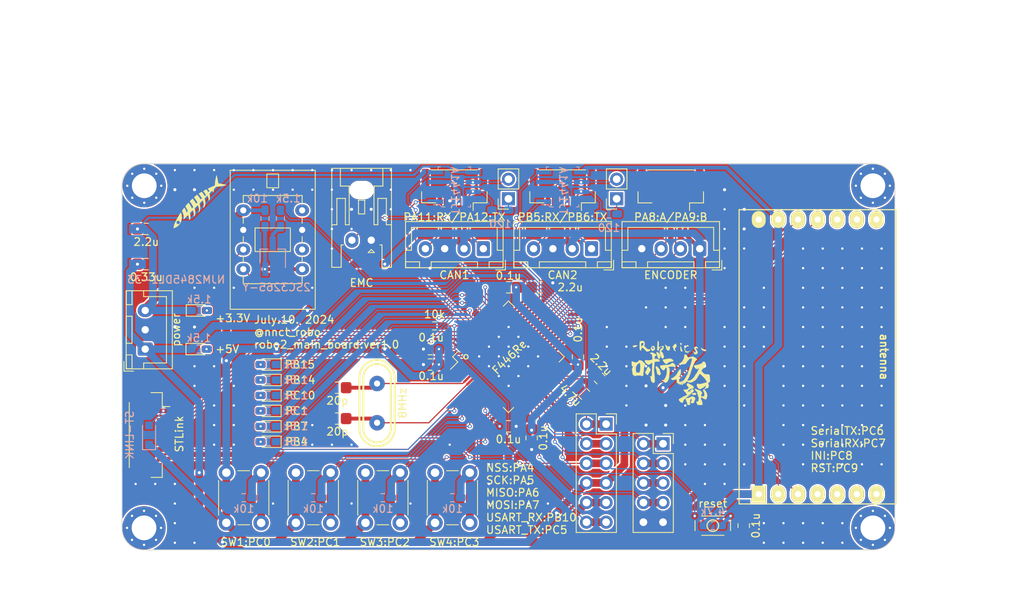
<source format=kicad_pcb>
(kicad_pcb (version 20221018) (generator pcbnew)
  (layers (0 "F.Cu" signal) (31 "B.Cu" signal) (34 "B.Paste" user) (35 "F.Paste" user) (36 "B.SilkS" user "B.Silkscreen") (37 "F.SilkS" user "F.Silkscreen") (38 "B.Mask" user) (39 "F.Mask" user) (44 "Edge.Cuts" user))
  (net 0 "")
  (net 1 "+5V")
  (net 2 "GND")
  (net 3 "+3.3V")
  (net 4 "RESET")
  (net 5 "Net-(U11-PH0{slash}RCC_OSC_IN)")
  (net 6 "Net-(U11-PH1{slash}RCC_OSC_OUT)")
  (net 7 "Net-(U11-VCAP_1)")
  (net 8 "Net-(C14-Pad1)")
  (net 9 "Net-(C15-Pad1)")
  (net 10 "Net-(D1-A)")
  (net 11 "Net-(D2-A)")
  (net 12 "Net-(D3-A)")
  (net 13 "Net-(D4-A)")
  (net 14 "Net-(D5-A)")
  (net 15 "Net-(D6-A)")
  (net 16 "Net-(D7-A)")
  (net 17 "Net-(D8-A)")
  (net 18 "U0RXD")
  (net 19 "U0TXD")
  (net 20 "BOOT0")
  (net 21 "SCK")
  (net 22 "MISO")
  (net 23 "MOSI")
  (net 24 "NSS")
  (net 25 "Net-(J3-Pin_1)")
  (net 26 "CAN1L")
  (net 27 "Net-(J4-Pin_1)")
  (net 28 "CAN2L")
  (net 29 "EMC")
  (net 30 "CAN1H")
  (net 31 "CAN2H")
  (net 32 "TIM1_1")
  (net 33 "TIM1_2")
  (net 34 "Net-(Q1-C)")
  (net 35 "Net-(Q1-B)")
  (net 36 "LED6")
  (net 37 "LED5")
  (net 38 "LED4")
  (net 39 "LED3")
  (net 40 "LED2")
  (net 41 "LED1")
  (net 42 "BNO_RESET")
  (net 43 "SW1")
  (net 44 "SW2")
  (net 45 "SW3")
  (net 46 "SW4")
  (net 47 "D14_CAN1TX")
  (net 48 "D15_CAN1RX")
  (net 49 "D10_CAN2TX")
  (net 50 "D4_CAN2RX")
  (net 51 "Net-(U3-A)")
  (net 52 "SWCLK")
  (net 53 "SWDIO")
  (net 54 "ST-LINK(TX)")
  (net 55 "BNO_SDA")
  (net 56 "BNO_SCL")
  (net 62 "FEP_INI")
  (net 63 "FEP_RST")
  (net 64 "PC_7_Serial6RX")
  (net 65 "PC_6_Serial6TX")
  (net 75 "ST-LINK(RX)")
  (footprint "Button_Switch_THT:SW_PUSH_6mm" (layer "F.Cu") (at 141.5 129.5 90)
    (fp_text reference "SW3:PC2")
    (fp_text value "SW_Push")
  )
  (footprint "Footprint_nishi:C_0805_2012" (layer "F.Cu") (at 164.1375 99)
    (fp_text reference "C14")
    (fp_text value "2.2u")
  )
  (footprint "Connector_PinSocket_2.54mm:PinSocket_2x05_P2.54mm_Vertical" (layer "F.Cu") (at 180 119.254)
    (fp_text reference "J2")
    (fp_text value "Conn_02x05_Counter_Clockwise")
  )
  (footprint "Button_Switch_THT:SW_PUSH_6mm" (layer "F.Cu") (at 132.5 129.5 90)
    (fp_text reference "SW2:PC1")
    (fp_text value "SW_Push")
  )
  (footprint "Footprint_nishi:C_0805_2012" (layer "F.Cu") (at 137.8625 116)
    (fp_text reference "C5")
    (fp_text value "20p")
  )
  (footprint "Connector_JST:JST_GH_SM04B-GHS-TB_1x04-1MP_P1.25mm_Horizontal" (layer "F.Cu") (at 167 86.35 180)
    (fp_text reference "J9")
    (fp_text value "gh:CAN_1")
  )
  (footprint "Connector_JST:JST_XH_B3B-XH-A_1x03_P2.50mm_Vertical" (layer "F.Cu") (at 113 107 90)
    (fp_text reference "U4")
    (fp_text value "power")
  )
  (footprint "Button_Switch_THT:SW_PUSH_6mm" (layer "F.Cu") (at 123.5 129.5 90)
    (fp_text reference "SW1:PC0")
    (fp_text value "SW_Push")
  )
  (footprint "watanabe_smy:mounting_hole" (layer "F.Cu") (at 207.15 130.15)
    (fp_text reference "REF**")
    (fp_text value "mounting_hole")
  )
  (footprint "watanabe_smy:mounting_hole" (layer "F.Cu") (at 112.88 85.85)
    (fp_text reference "REF**")
    (fp_text value "mounting_hole")
  )
  (footprint "Footprint_nishi:C_0805_2012" (layer "F.Cu") (at 169.804334 112.804334 -45)
    (fp_text reference "C7")
    (fp_text value "4.7u")
  )
  (footprint "Connector_JST:JST_XH_B4B-XH-A_1x04_P2.50mm_Vertical" (layer "F.Cu") (at 170.75 94 180)
    (fp_text reference "J6")
    (fp_text value "CAN_1")
  )
  (footprint "Footprint_nishi:LED_0603_1608" (layer "F.Cu") (at 128.9375 109 180)
    (fp_text reference "D6")
    (fp_text value "PB15")
  )
  (footprint "watanabe_smy:BNO055" (layer "F.Cu") (at 129.5 92.84)
    (fp_text reference "U7")
    (fp_text value "BNO055")
  )
  (footprint "Connector_JST:JST_GH_SM04B-GHS-TB_1x04-1MP_P1.25mm_Horizontal" (layer "F.Cu") (at 181 86.36 180)
    (fp_text reference "J11")
    (fp_text value "gh:ENCODER1")
  )
  (footprint "Footprint_nishi:C_0805_2012" (layer "F.Cu") (at 163 118.5 -90)
    (fp_text reference "C9")
    (fp_text value "0.1u")
  )
  (footprint "NagaokaFootprint2023:FEP-02_PIN_SOCKET" (layer "F.Cu") (at 200 108 -90)
    (fp_text reference "U9")
    (fp_text value "FEP-02")
  )
  (footprint "Footprint_nishi:C_0805_2012" (layer "F.Cu") (at 137.8625 112)
    (fp_text reference "C4")
    (fp_text value "20p")
  )
  (footprint "watanabe_smy:sabamiso_10^10" (layer "F.Cu") (at 120 88 45)
    (fp_text reference "G***")
    (fp_text value "LOGO" hide)
  )
  (footprint "Footprint_nishi:C_0805_2012" (layer "F.Cu") (at 171.804334 110.804334 -45)
    (fp_text reference "C15")
    (fp_text value "2.2u")
  )
  (footprint "Footprint_nishi:tact_sw_smd_skrpabe10" (layer "F.Cu") (at 186.4375 129.8625)
    (fp_text reference "U8")
    (fp_text value "reset")
  )
  (footprint "Connector_PinSocket_2.54mm:PinSocket_2x06_P2.54mm_Vertical" (layer "F.Cu") (at 172.634 116.714)
    (fp_text reference "J1")
    (fp_text value "Conn_02x06_Counter_Clockwise")
  )
  (footprint "Footprint_nishi:C_0805_2012" (layer "F.Cu") (at 113.1375 91.44)
    (fp_text reference "C2")
    (fp_text value "2.2u")
  )
  (footprint "Footprint_nishi:C_0805_2012" (layer "F.Cu") (at 160 99 180)
    (fp_text reference "C11")
    (fp_text value "0.1u")
  )
  (footprint "Connector_JST:JST_XH_B4B-XH-A_1x04_P2.50mm_Vertical" (layer "F.Cu") (at 156.75 94 180)
    (fp_text reference "J7")
    (fp_text value "CAN_2")
  )
  (footprint "Footprint_nishi:C_0805_2012" (layer "F.Cu") (at 190.4375 129.8625 -90)
    (fp_text reference "C3")
    (fp_text value "0.1u")
  )
  (footprint "Footprint_nishi:C_0805_2012" (layer "F.Cu") (at 113.1375 96)
    (fp_text reference "C1")
    (fp_text value "0.33u")
  )
  (footprint "Footprint_nishi:LED_0603_1608" (layer "F.Cu") (at 119.9375 107)
    (fp_text reference "D7")
    (fp_text value "+5V")
  )
  (footprint "Footprint_nishi:LED_0603_1608" (layer "F.Cu") (at 128.9375 113 180)
    (fp_text reference "D4")
    (fp_text value "PC10")
  )
  (footprint "Footprint_nishi:LED_0603_1608" (layer "F.Cu") (at 128.9375 117 180)
    (fp_text reference "D2")
    (fp_text value "PB7")
  )
  (footprint "Footprint_Monkey:RoboticsClub_logo_small" (layer "F.Cu") (at 181 110)
    (fp_text reference "G***" hide)
    (fp_text value "LOGO" hide)
  )
  (footprint "Connector_PinSocket_2.54mm:PinSocket_1x02_P2.54mm_Vertical" (layer "F.Cu") (at 160 87.54 180)
    (fp_text reference "J4")
    (fp_text value "Terminate_CAN2")
  )
  (footprint "watanabe_smy:mounting_hole" (layer "F.Cu") (at 112.85 130.15)
    (fp_text reference "REF**")
    (fp_text value "mounting_hole")
  )
  (footprint "Footprint_nishi:C_0805_2012" (layer "F.Cu") (at 149.8625 107 180)
    (fp_text reference "C12")
    (fp_text value "0.1u")
  )
  (footprint "Footprint_nishi:LED_0603_1608" (layer "F.Cu") (at 128.9375 115 180)
    (fp_text reference "D3")
    (fp_text value "PC1")
  )
  (footprint "Footprint_nishi:LED_0603_1608" (layer "F.Cu") (at 119.975 102)
    (fp_text reference "D8")
    (fp_text value "+3.3V")
  )
  (footprint "Package_QFP:LQFP-64_10x10mm_P0.5mm" (layer "F.Cu") (at 160 108 45)
    (fp_text reference "U11")
    (fp_text value "STM32F446RETx-stm32")
  )
  (footprint "Button_Switch_THT:SW_PUSH_6mm" (layer "F.Cu") (at 150.5 129.5 90)
    (fp_text reference "SW4:PC3")
    (fp_text value "SW_Push")
  )
  (footprint "watanabe_smy:mounting_hole" (layer "F.Cu") (at 207.15 85.85)
    (fp_text reference "REF**")
    (fp_text value "mounting_hole")
  )
  (footprint "Footprint_nishi:C_0805_2012" (layer "F.Cu") (at 160 117)
    (fp_text reference "C8")
    (fp_text value "0.1u")
  )
  (footprint "Footprint_nishi:R_0603_1608" (layer "F.Cu") (at 150.4375 104)
    (fp_text reference "R18")
    (fp_text value "10k")
  )
  (footprint "Connector_JST:JST_GH_SM04B-GHS-TB_1x04-1MP_P1.25mm_Horizontal" (layer "F.Cu") (at 153 86.35 180)
    (fp_text reference "J10")
    (fp_text value "gh:CAN_2")
  )
  (footprint "Footprint_nishi:C_0805_2012" (layer "F.Cu") (at 149.8625 109 180)
    (fp_text reference "C6")
    (fp_text value "0.1u")
  )
  (footprint "Footprint_nishi:crystal_hc-49u" (layer "F.Cu") (at 143 114 90)
    (fp_text reference "Y1")
    (fp_text value "8MHz")
  )
  (footprint "Footprint_nishi:C_0805_2012" (layer "F.Cu") (at 169 108 90)
    (fp_text reference "C10")
    (fp_text value "0.1u")
  )
  (footprint "Footprint_nishi:LED_0603_1608" (layer "F.Cu") (at 128.9375 119 180)
    (fp_text reference "D1")
    (fp_text value "PB4")
  )
  (footprint "Connector_PinSocket_2.54mm:PinSocket_1x02_P2.54mm_Vertical" (layer "F.Cu") (at 174 87.54 180)
    (fp_text reference "J3")
    (fp_text value "Terminate_CAN1")
  )
  (footprint "Connector_JST:JST_XH_B4B-XH-A_1x04_P2.50mm_Vertical" (layer "F.Cu") (at 184.75 94 180)
    (fp_text reference "J8")
    (fp_text value "ENCODER1")
  )
  (footprint "Connector_JST:JST_GH_SM06B-GHS-TB_1x06-1MP_P1.25mm_Horizontal" (layer "F.Cu") (at 113.5 118.125 -90)
    (fp_text reference "U5")
    (fp_text value "ST-LINK")
  )
  (footprint "Connector_JST:JST_XA_S02B-XASK-1_1x02_P2.50mm_Horizontal" (layer "F.Cu") (at 142.25 92.9 180)
    (fp_text reference "J5")
    (fp_text value "EMC")
  )
  (footprint "Footprint_nishi:LED_0603_1608" (layer "F.Cu") (at 128.9375 111 180)
    (fp_text reference "D5")
    (fp_text value "PB14")
  )
  (footprint "NagaokaFootprint2023:2sc3265_SC-59_Handsoldering" (layer "B.Cu") (at 129.5 95 90)
    (fp_text reference "Q1")
    (fp_text value "2SC3265-Y")
  )
  (footprint "Footprint_nishi:R_0603_1608" (layer "B.Cu") (at 128.9375 117 180)
    (fp_text reference "R4")
    (fp_text value "1.5k")
  )
  (footprint "Footprint_nishi:R_0603_1608" (layer "B.Cu") (at 125.75 126.25 180)
    (fp_text reference "R14")
    (fp_text value "10k")
  )
  (footprint "Footprint_nishi:R_0603_1608" (layer "B.Cu") (at 119.975 102)
    (fp_text reference "R10")
    (fp_text value "1.5k")
  )
  (footprint "Footprint_nishi:R_0603_1608" (layer "B.Cu") (at 128.9375 113 180)
    (fp_text reference "R6")
    (fp_text value "1.5k")
  )
  (footprint "Footprint_nishi:R_0603_1608" (layer "B.Cu") (at 173 89.5)
    (fp_text reference "R1")
    (fp_text value "120")
  )
  (footprint "Footprint_nishi:R_0603_1608" (layer "B.Cu") (at 128.9375 111 180)
    (fp_text reference "R7")
    (fp_text value "1.5k")
  )
  (footprint "Footprint_nishi:R_0603_1608" (layer "B.Cu") (at 143.75 126.25 180)
    (fp_text reference "R16")
    (fp_text value "10k")
  )
  (footprint "Footprint_nishi:R_0603_1608" (layer "B.Cu") (at 128.9375 115 180)
    (fp_text reference "R5")
    (fp_text value "1.5k")
  )
  (footprint "Footprint_nishi:R_0603_1608" (layer "B.Cu") (at 134.75 126.25 180)
    (fp_text reference "R15")
    (fp_text value "10k")
  )
  (footprint "Footprint_nishi:R_0603_1608" (layer "B.Cu") (at 128.9375 109 180)
    (fp_text reference "R8")
    (fp_text value "1.5k")
  )
  (footprint "Footprint_nishi:smd_diode_SOD-323_HandSoldering_cus10f30" (layer "B.Cu") (at 113.5 118.125 90)
    (fp_text reference "U3")
    (fp_text value "D_Schottky")
  )
  (footprint "Footprint_nishi:SOIC-8_IR2302_TJA1441AT" (layer "B.Cu") (at 153 86 90)
    (fp_text reference "U2")
    (fp_text value "TJA1441AT")
  )
  (footprint "Footprint_nishi:R_0603_1608" (layer "B.Cu") (at 128.5 90.0925 90)
    (fp_text reference "R13")
    (fp_text value "10k")
  )
  (footprint "Footprint_nishi:R_0603_1608" (layer "B.Cu") (at 152.75 126.25 180)
    (fp_text reference "R17")
    (fp_text value "10k")
  )
  (footprint "Footprint_nishi:R_0603_1608" (layer "B.Cu") (at 119.9375 107)
    (fp_text reference "R9")
    (fp_text value "1.5k")
  )
  (footprint "Footprint_nishi:R_0603_1608" (layer "B.Cu") (at 128.9375 119 180)
    (fp_text reference "R3")
    (fp_text value "1.5k")
  )
  (footprint "Footprint_nishi:SOIC-8_IR2302_TJA1441AT" (layer "B.Cu") (at 167 86 90)
    (fp_text reference "U1")
    (fp_text value "TJA1441AT")
  )
  (footprint "Footprint_nishi:R_0603_1608" (layer "B.Cu") (at 186.4375 129.8625)
    (fp_text reference "R12")
    (fp_text value "4.7k")
  )
  (footprint "Footprint_nishi:R_0603_1608" (layer "B.Cu") (at 130.5 90.0925 -90)
    (fp_text reference "R11")
    (fp_text value "1.5k")
  )
  (footprint "Footprint_nishi:R_0603_1608" (layer "B.Cu") (at 158.9375 89)
    (fp_text reference "R2")
    (fp_text value "120")
  )
  (footprint "Footprint_nishi:NJM2845DL1-33" (layer "B.Cu") (at 116.2 93.72)
    (fp_text reference "U6")
    (fp_text value "NJM2845DL1-33")
  )
  (gr_circle (center 154.5 108) (end 154.7 108.2) (stroke (width 0.15)) (fill none) (layer "F.SilkS"))
  (gr_arc (start 210 130.2) (mid 209.179899 132.179899) (end 207.2 133) (stroke (width 0.1)) (layer "Edge.Cuts"))
  (gr_arc (start 112.8 133) (mid 110.820101 132.179899) (end 110 130.2) (stroke (width 0.1)) (layer "Edge.Cuts"))
  (gr_line (start 110 130.2) (end 110 85.8) (stroke (width 0.1)) (layer "Edge.Cuts"))
  (gr_line (start 210 85.8) (end 210 130.2) (stroke (width 0.1)) (layer "Edge.Cuts"))
  (gr_arc (start 207.2 83) (mid 209.179899 83.820101) (end 210 85.8) (stroke (width 0.1)) (layer "Edge.Cuts"))
  (gr_line (start 207.2 133) (end 112.8 133) (stroke (width 0.1)) (layer "Edge.Cuts"))
  (gr_line (start 112.8 83) (end 207.2 83) (stroke (width 0.1)) (layer "Edge.Cuts"))
  (gr_arc (start 110 85.8) (mid 110.820101 83.820101) (end 112.8 83) (stroke (width 0.1)) (layer "Edge.Cuts"))
  (gr_text "TJ1441A" (at 152.5 86.5 270) (layer "B.SilkS") (effects (font (size 1 1) (thickness 0.153)) (justify bottom mirror)))
  (gr_text "TJ1441A" (at 166.5 86.5 270) (layer "B.SilkS") (effects (font (size 1 1) (thickness 0.153)) (justify bottom mirror)))
  (gr_text "CAN2" (at 167 98) (layer "F.SilkS") (effects (font (size 1 1) (thickness 0.153)) (justify bottom)))
  (gr_text "STLink" (at 118 118 90) (layer "F.SilkS") (effects (font (size 1 1) (thickness 0.153)) (justify bottom)))
  (gr_text "PA8:A/PA9:B" (at 181 90.49) (layer "F.SilkS") (effects (font (size 1 1) (thickness 0.153)) (justify bottom)))
  (gr_text "F446Re" (at 158.5 110.5 45) (layer "F.SilkS") (effects (font (size 1 1) (thickness 0.153)) (justify left bottom)))
  (gr_text "PB5:RX/PB6:TX" (at 167 90.49) (layer "F.SilkS") (effects (font (size 1 1) (thickness 0.153)) (justify bottom)))
  (gr_text "NSS:PA4\nSCK:PA5\nMISO:PA6\nMOSI:PA7\nUSART_RX:PB10\nUSART_TX:PC5" (at 157 131) (layer "F.SilkS") (effects (font (size 1 1) (thickness 0.153)) (justify left bottom)))
  (gr_text "July.10. 2024\n@nnct_robo\nrobo2_main_board.ver1.0" (at 127 107) (layer "F.SilkS") (effects (font (size 1 1) (thickness 0.153)) (justify left bottom)))
  (gr_text "CAN1" (at 153 98) (layer "F.SilkS") (effects (font (size 1 1) (thickness 0.153)) (justify bottom)))
  (gr_text "PA11:RX/PA12:TX" (at 153 90.49) (layer "F.SilkS") (effects (font (size 1 1) (thickness 0.153)) (justify bottom)))
  (gr_text "antenna" (at 208 108 -90) (layer "F.SilkS") (effects (font (size 1 1) (thickness 0.2) bold) (justify bottom)))
  (gr_text "ENCODER" (at 181 98) (layer "F.SilkS") (effects (font (size 1 1) (thickness 0.153)) (justify bottom)))
  (gr_text "SerialTX:PC6\nSerialRX:PC7\nINI:PC8\nRST:PC9" (at 199 123) (layer "F.SilkS") (effects (font (size 1 1) (thickness 0.153)) (justify left bottom)))
  (segment (start 153.625 88.2) (end 153.625 93.375) (width 0.5) (layer "F.Cu") (net 1))
  (segment (start 167.625 88.2) (end 167.6 88.2) (width 0.5) (layer "F.Cu") (net 1))
  (segment (start 120 123) (end 120 129) (width 1) (layer "F.Cu") (net 1))
  (segment (start 167.6 88.2) (end 167.625 88.225) (width 0.5) (layer "F.Cu") (net 1))
  (segment (start 175 121.968) (end 172.634 124.334) (width 1) (layer "F.Cu") (net 1))
  (segment (start 182.875 88.21) (end 182.875 92.125) (width 0.5) (layer "F.Cu") (net 1))
  (segment (start 180 112) (end 175 117) (width 1) (layer "F.Cu") (net 1))
  (segment (start 120 129) (end 123 132) (width 1) (layer "F.Cu") (net 1))
  (segment (start 166.214 128.214) (end 170.094 124.334) (width 1) (layer "F.Cu") (net 1))
  (segment (start 134 102) (end 140 96) (width 1) (layer "F.Cu") (net 1))
  (segment (start 182.875 92.125) (end 184.75 94) (width 0.5) (layer "F.Cu") (net 1))
  (segment (start 167.625 93.375) (end 168.25 94) (width 0.5) (layer "F.Cu") (net 1))
  (segment (start 175 117) (end 175 121.968) (width 1) (layer "F.Cu") (net 1))
  (segment (start 140 96) (end 144 96) (width 1) (layer "F.Cu") (net 1))
  (segment (start 170.094 124.334) (end 172.634 124.334) (width 1) (layer "F.Cu") (net 1))
  (segment (start 167.625 88.225) (end 167.625 93.375) (width 0.5) (layer "F.Cu") (net 1))
  (segment (start 153.625 93.375) (end 154.25 94) (width 0.5) (layer "F.Cu") (net 1))
  (via (at 166.214 128.214) (size 0.6) (drill 0.4) (layers "F.Cu" "B.Cu") (net 1))
  (via (at 144 96) (size 0.6) (drill 0.4) (layers "F.Cu" "B.Cu") (net 1))
  (via (at 134 102) (size 0.6) (drill 0.4) (layers "F.Cu" "B.Cu") (net 1))
  (via (at 112 96) (size 0.6) (drill 0.4) (layers "F.Cu" "B.Cu") (net 1))
  (via (at 167.6 88.2) (size 0.5) (drill 0.3) (layers "F.Cu" "B.Cu") (net 1))
  (via (at 120 123) (size 0.6) (drill 0.4) (layers "F.Cu" "B.Cu") (net 1))
  (via (at 123 132) (size 0.6) (drill 0.4) (layers "F.Cu" "B.Cu") (net 1))
  (via (at 153.6 88.2) (size 0.5) (drill 0.3) (layers "F.Cu" "B.Cu") (net 1))
  (via (at 180 112) (size 0.6) (drill 0.4) (layers "F.Cu" "B.Cu") (net 1))
  (segment (start 120 123) (end 120 114) (width 1) (layer "B.Cu") (net 1))
  (segment (start 164.55 85.365) (end 166.365 85.365) (width 0.5) (layer "B.Cu") (net 1))
  (segment (start 132 104) (end 121.875 104) (width 1) (layer "B.Cu") (net 1))
  (segment (start 111 97) (end 111 105) (width 1) (layer "B.Cu") (net 1))
  (segment (start 111 105) (end 113 107) (width 1) (layer "B.Cu") (net 1))
  (segment (start 162.428 132) (end 166.214 128.214) (width 1) (layer "B.Cu") (net 1))
  (segment (start 184.75 94) (end 184.75 92.75) (width 1) (layer "B.Cu") (net 1))
  (segment (start 120 114) (end 113 107) (width 1) (layer "B.Cu") (net 1))
  (segment (start 123 132) (end 162.428 132) (width 1) (layer "B.Cu") (net 1))
  (segment (start 167.6 86.6) (end 167.6 88.2) (width 0.5) (layer "B.Cu") (net 1))
  (segment (start 112 96) (end 111 97) (width 1) (layer "B.Cu") (net 1))
  (segment (start 155 92) (end 169.25 92) (width 1) (layer "B.Cu") (net 1))
  (segment (start 166.365 85.365) (end 167.6 86.6) (width 0.5) (layer "B.Cu") (net 1))
  (segment (start 155 92) (end 148 92) (width 1) (layer "B.Cu") (net 1))
  (segment (start 169.25 92) (end 168.25 93) (width 1) (layer "B.Cu") (net 1))
  (segment (start 150.55 85.365) (end 152.415 85.365) (width 0.5) (layer "B.Cu") (net 1))
  (segment (start 152.415 85.365) (end 153.6 86.55) (width 0.5) (layer "B.Cu") (net 1))
  (segment (start 184.75 92.75) (end 184 92) (width 1) (layer "B.Cu") (net 1))
  (segment (start 184.75 107.25) (end 184.75 94) (width 1) (layer "B.Cu") (net 1))
  (segment (start 154.25 94) (end 154.25 92.75) (width 1) (layer "B.Cu") (net 1))
  (segment (start 113 107) (end 118.875 107) (width 1) (layer "B.Cu") (net 1))
  (segment (start 134 102) (end 132 104) (width 1) (layer "B.Cu") (net 1))
  (segment (start 168.25 93) (end 168.25 94) (width 1) (layer "B.Cu") (net 1))
  (segment (start 148 92) (end 144 96) (width 1) (layer "B.Cu") (net 1))
  (segment (start 154.25 92.75) (end 155 92) (width 1) (layer "B.Cu") (net 1))
  (segment (start 153.6 86.55) (end 153.6 88.2) (width 0.5) (layer "B.Cu") (net 1))
  (segment (start 184 92) (end 169.25 92) (width 1) (layer "B.Cu") (net 1))
  (segment (start 180 112) (end 184.75 107.25) (width 1) (layer "B.Cu") (net 1))
  (segment (start 121.875 104) (end 118.875 107) (width 1) (layer "B.Cu") (net 1))
  (via (at 163.83 107.95) (size 0.5) (drill 0.3) (layers "F.Cu" "B.Cu") (net 2))
  (via (at 119.38 132.08) (size 0.5) (drill 0.3) (layers "F.Cu" "B.Cu") (net 2))
  (via (at 203.2 132.08) (size 0.5) (drill 0.3) (layers "F.Cu" "B.Cu") (net 2))
  (via (at 208.28 93.98) (size 0.5) (drill 0.3) (layers "F.Cu" "B.Cu") (net 2))
  (via (at 182.88 101.6) (size 0.5) (drill 0.3) (layers "F.Cu" "B.Cu") (net 2))
  (via (at 147.32 127) (size 0.5) (drill 0.3) (layers "F.Cu" "B.Cu") (net 2))
  (via (at 198.12 93.98) (size 0.5) (drill 0.3) (layers "F.Cu" "B.Cu") (net 2))
  (via (at 144.78 88.9) (size 0.5) (drill 0.3) (layers "F.Cu" "B.Cu") (net 2))
  (via (at 124.46 86.36) (size 0.5) (drill 0.3) (layers "F.Cu" "B.Cu") (net 2))
  (via (at 205.74 114.3) (size 0.5) (drill 0.3) (layers "F.Cu" "B.Cu") (net 2))
  (via (at 157.48 109.22) (size 0.5) (drill 0.3) (layers "F.Cu" "B.Cu") (net 2))
  (via (at 116.84 127) (size 0.5) (drill 0.3) (layers "F.Cu" "B.Cu") (net 2))
  (via (at 137.16 83.82) (size 0.5) (drill 0.3) (layers "F.Cu" "B.Cu") (net 2))
  (via (at 172.72 109.22) (size 0.5) (drill 0.3) (layers "F.Cu" "B.Cu") (net 2))
  (via (at 142.24 83.82) (size 0.5) (drill 0.3) (layers "F.Cu" "B.Cu") (net 2))
  (via (at 187.96 93.98) (size 0.5) (drill 0.3) (layers "F.Cu" "B.Cu") (net 2))
  (via (at 205.74 119.38) (size 0.5) (drill 0.3) (layers "F.Cu" "B.Cu") (net 2))
  (via (at 208.28 101.6) (size 0.5) (drill 0.3) (layers "F.Cu" "B.Cu") (net 2))
  (via (at 187.96 88.9) (size 0.5) (drill 0.3) (layers "F.Cu" "B.Cu") (net 2))
  (via (at 182.88 121.92) (size 0.5) (drill 0.3) (layers "F.Cu" "B.Cu") (net 2))
  (via (at 200.66 104.14) (size 0.5) (drill 0.3) (layers "F.Cu" "B.Cu") (net 2))
  (via (at 198.12 101.6) (size 0.5) (drill 0.3) (layers "F.Cu" "B.Cu") (net 2))
  (via (at 172.72 104.14) (size 0.5) (drill 0.3) (layers "F.Cu" "B.Cu") (net 2))
  (via (at 157.48 106.68) (size 0.5) (drill 0.3) (layers "F.Cu" "B.Cu") (net 2))
  (via (at 208.28 96.52) (size 0.5) (drill 0.3) (layers "F.Cu" "B.Cu") (net 2))
  (via (at 198.12 121.92) (size 0.5) (drill 0.3) (layers "F.Cu" "B.Cu") (net 2))
  (via (at 208.28 114.3) (size 0.5) (drill 0.3) (layers "F.Cu" "B.Cu") (net 2))
  (via (at 203.2 99.06) (size 0.5) (drill 0.3) (layers "F.Cu" "B.Cu") (net 2))
  (via (at 144.78 86.36) (size 0.5) (drill 0.3) (layers "F.Cu" "B.Cu") (net 2))
  (via (at 180.34 104.14) (size 0.5) (drill 0.3) (layers "F.Cu" "B.Cu") (net 2))
  (via (at 203.2 119.38) (size 0.5) (drill 0.3) (layers "F.Cu" "B.Cu") (net 2))
  (via (at 205.74 111.76) (size 0.5) (drill 0.3) (layers "F.Cu" "B.Cu") (net 2))
  (via (at 139.7 83.82) (size 0.5) (drill 0.3) (layers "F.Cu" "B.Cu") (net 2))
  (via (at 161.29 105.41) (size 0.5) (drill 0.3) (layers "F.Cu" "B.Cu") (net 2))
  (via (at 190.5 106.68) (size 0.5) (drill 0.3) (layers "F.Cu" "B.Cu") (net 2))
  (via (at 193.04 101.6) (size 0.5) (drill 0.3) (layers "F.Cu" "B.Cu") (net 2))
  (via (at 121.92 114.3) (size 0.5) (drill 0.3) (layers "F.Cu" "B.Cu") (net 2))
  (via (at 121.92 83.82) (size 0.5) (drill 0.3) (layers "F.Cu" "B.Cu") (net 2))
  (via (at 190.5 104.14) (size 0.5) (drill 0.3) (layers "F.Cu" "B.Cu") (net 2))
  (via (at 190.5 91.44) (size 0.6) (drill 0.4) (layers "F.Cu" "B.Cu") (net 2))
  (via (at 187.96 109.22) (size 0.5) (drill 0.3) (layers "F.Cu" "B.Cu") (net 2))
  (via (at 124.46 119.38) (size 0.5) (drill 0.3) (layers "F.Cu" "B.Cu") (net 2))
  (via (at 195.58 119.38) (size 0.5) (drill 0.3) (layers "F.Cu" "B.Cu") (net 2))
  (via (at 190.5 88.9) (size 0.6) (drill 0.4) (layers "F.Cu" "B.Cu") (net 2))
  (via (at 203.2 121.92) (size 0.5) (drill 0.3) (layers "F.Cu" "B.Cu") (net 2))
  (via (at 198.12 104.14) (size 0.5) (drill 0.3) (layers "F.Cu" "B.Cu") (net 2))
  (via (at 187.96 106.68) (size 0.5) (drill 0.3) (layers "F.Cu" "B.Cu") (net 2))
  (via (at 161 117) (size 0.6) (drill 0.4) (layers "F.Cu" "B.Cu") (net 2))
  (via (at 137.16 93.98) (size 0.5) (drill 0.3) (layers "F.Cu" "B.Cu") (net 2))
  (via (at 139.7 88.9) (size 0.6) (drill 0.4) (layers "F.Cu" "B.Cu") (net 2))
  (via (at 152.4 119.38) (size 0.5) (drill 0.3) (layers "F.Cu" "B.Cu") (net 2))
  (via (at 208.28 99.06) (size 0.5) (drill 0.3) (layers "F.Cu" "B.Cu") (net 2))
  (via (at 200.66 111.76) (size 0.5) (drill 0.3) (layers "F.Cu" "B.Cu") (net 2))
  (via (at 185.42 121.92) (size 0.5) (drill 0.3) (layers "F.Cu" "B.Cu") (net 2))
  (via (at 144.78 83.82) (size 0.5) (drill 0.3) (layers "F.Cu" "B.Cu") (net 2))
  (via (at 162.56 124.46) (size 0.5) (drill 0.3) (layers "F.Cu" "B.Cu") (net 2))
  (via (at 139.7 119.38) (size 0.5) (drill 0.3) (layers "F.Cu" "B.Cu") (net 2))
  (via (at 198.12 114.3) (size 0.5) (drill 0.3) (layers "F.Cu" "B.Cu") (net 2))
  (via (at 121.92 99.06) (size 0.5) (drill 0.3) (layers "F.Cu" "B.Cu") (net 2))
  (via (at 203.2 109.22) (size 0.5) (drill 0.3) (layers "F.Cu" "B.Cu") (net 2))
  (via (at 198.12 109.22) (size 0.5) (drill 0.3) (layers "F.Cu" "B.Cu") (net 2))
  (via (at 182.88 114.3) (size 0.5) (drill 0.3) (layers "F.Cu" "B.Cu") (net 2))
  (via (at 137.16 119.38) (size 0.5) (drill 0.3) (layers "F.Cu" "B.Cu") (net 2))
  (via (at 132.08 83.82) (size 0.5) (drill 0.3) (layers "F.Cu" "B.Cu") (net 2))
  (via (at 187.96 86.36) (size 0.6) (drill 0.4) (layers "F.Cu" "B.Cu") (net 2))
  (via (at 177.8 111.76) (size 0.6) (drill 0.4) (layers "F.Cu" "B.Cu") (net 2))
  (via (at 121.92 119.38) (size 0.5) (drill 0.3) (layers "F.Cu" "B.Cu") (net 2))
  (via (at 162.56 109.22) (size 0.5) (drill 0.3) (layers "F.Cu" "B.Cu") (net 2))
  (via (at 198.12 119.38) (size 0.5) (drill 0.3) (layers "F.Cu" "B.Cu") (net 2))
  (via (at 193.04 104.14) (size 0.5) (drill 0.3) (layers "F.Cu" "B.Cu") (net 2))
  (via (at 190.5 114.3) (size 0.5) (drill 0.3) (layers "F.Cu" "B.Cu") (net 2))
  (via (at 119.38 86.36) (size 0.6) (drill 0.4) (layers "F.Cu" "B.Cu") (net 2))
  (via (at 177.8 109.22) (size 0.5) (drill 0.3) (layers "F.Cu" "B.Cu") (net 2))
  (via (at 203.2 106.68) (size 0.5) (drill 0.3) (layers "F.Cu" "B.Cu") (net 2))
  (via (at 198.12 111.76) (size 0.5) (drill 0.3) (layers "F.Cu" "B.Cu") (net 2))
  (via (at 205.74 106.68) (size 0.5) (drill 0.3) (layers "F.Cu" "B.Cu") (net 2))
  (via (at 190.5 101.6) (size 0.5) (drill 0.3) (layers "F.Cu" "B.Cu") (net 2))
  (via (at 162.56 127) (size 0.5) (drill 0.3) (layers "F.Cu" "B.Cu") (net 2))
  (via (at 198.12 99.06) (size 0.5) (drill 0.3) (layers "F.Cu" "B.Cu") (net 2))
  (via (at 175.26 111.76) (size 0.5) (drill 0.3) (layers "F.Cu" "B.Cu") (net 2))
  (via (at 200.66 106.68) (size 0.5) (drill 0.3) (layers "F.Cu" "B.Cu") (net 2))
  (via (at 195.58 116.84) (size 0.5) (drill 0.3) (layers "F.Cu" "B.Cu") (net 2))
  (via (at 208.28 116.84) (size 0.5) (drill 0.3) (layers "F.Cu" "B.Cu") (net 2))
  (via (at 137.16 86.36) (size 0.5) (drill 0.3) (layers "F.Cu" "B.Cu") (net 2))
  (via (at 187.96 111.76) (size 0.5) (drill 0.3) (layers "F.Cu" "B.Cu") (net 2))
  (via (at 161.29 110.49) (size 0.5) (drill 0.3) (layers "F.Cu" "B.Cu") (net 2))
  (via (at 200.66 114.3) (size 0.5) (drill 0.3) (layers "F.Cu" "B.Cu") (net 2))
  (via (at 127 83.82) (size 0.5) (drill 0.3) (layers "F.Cu" "B.Cu") (net 2))
  (via (at 182.88 104.14) (size 0.5) (drill 0.3) (layers "F.Cu" "B.Cu") (net 2))
  (via (at 203.2 114.3) (size 0.5) (drill 0.3) (layers "F.Cu" "B.Cu") (net 2))
  (via (at 129.54 127) (size 0.5) (drill 0.3) (layers "F.Cu" "B.Cu") (net 2))
  (via (at 205.74 93.98) (size 0.5) (drill 0.3) (layers "F.Cu" "B.Cu") (net 2))
  (via (at 203.2 116.84) (size 0.5) (drill 0.3) (layers "F.Cu" "B.Cu") (net 2))
  (via (at 205.74 116.84) (size 0.5) (drill 0.3) (layers "F.Cu" "B.Cu") (net 2))
  (via (at 116.84 124.46) (size 0.5) (drill 0.3) (layers "F.Cu" "B.Cu") (net 2))
  (via (at 182.88 116.84) (size 0.5) (drill 0.3) (layers "F.Cu" "B.Cu") (net 2))
  (via (at 180.34 114.3) (size 0.6) (drill 0.4) (layers "F.Cu" "B.Cu") (net 2))
  (via (at 165.1 127) (size 0.5) (drill 0.3) (layers "F.Cu" "B.Cu") (net 2))
  (via (at 157.48 127) (size 0.5) (drill 0.3) (layers "F.Cu" "B.Cu") (net 2))
  (via (at 205.74 109.22) (size 0.5) (drill 0.3) (layers "F.Cu" "B.Cu") (net 2))
  (via (at 200.66 96.52) (size 0.5) (drill 0.3) (layers "F.Cu" "B.Cu") (net 2))
  (via (at 187.96 104.14) (size 0.5) (drill 0.3) (layers "F.Cu" "B.Cu") (net 2))
  (via (at 175.26 114.3) (size 0.5) (drill 0.3) (layers "F.Cu" "B.Cu") (net 2))
  (via (at 160.02 109.22) (size 0.5) (drill 0.3) (layers "F.Cu" "B.Cu") (net 2))
  (via (at 119.38 111.76) (size 0.5) (drill 0.3) (layers "F.Cu" "B.Cu") (net 2))
  (via (at 200.66 93.98) (size 0.5) (drill 0.3) (layers "F.Cu" "B.Cu") (net 2))
  (via (at 116.84 129.54) (size 0.5) (drill 0.3) (layers "F.Cu" "B.Cu") (net 2))
  (via (at 156.21 107.95) (size 0.5) (drill 0.3) (layers "F.Cu" "B.Cu") (net 2))
  (via (at 200.66 101.6) (size 0.5) (drill 0.3) (layers "F.Cu" "B.Cu") (net 2))
  (via (at 175.26 109.22) (size 0.5) (drill 0.3) (layers "F.Cu" "B.Cu") (net 2))
  (via (at 208.28 121.92) (size 0.5) (drill 0.3) (layers "F.Cu" "B.Cu") (net 2))
  (via (at 158.75 110.49) (size 0.5) (drill 0.3) (layers "F.Cu" "B.Cu") (net 2))
  (via (at 185.42 116.84) (size 0.5) (drill 0.3) (layers "F.Cu" "B.Cu") (net 2))
  (via (at 121.92 116.84) (size 0.5) (drill 0.3) (layers "F.Cu" "B.Cu") (net 2))
  (via (at 116.84 83.82) (size 0.5) (drill 0.3) (layers "F.Cu" "B.Cu") (net 2))
  (via (at 116.84 86.36) (size 0.6) (drill 0.4) (layers "F.Cu" "B.Cu") (net 2))
  (via (at 111.76 124.46) (size 0.5) (drill 0.3) (layers "F.Cu" "B.Cu") (net 2))
  (via (at 180.34 116.84) (size 0.6) (drill 0.4) (layers "F.Cu" "B.Cu") (net 2))
  (via (at 203.2 104.14) (size 0.5) (drill 0.3) (layers "F.Cu" "B.Cu") (net 2))
  (via (at 187.96 124.46) (size 0.5) (drill 0.3) (layers "F.Cu" "B.Cu") (net 2))
  (via (at 200.66 132.08) (size 0.5) (drill 0.3) (layers "F.Cu" "B.Cu") (net 2))
  (via (at 193.04 99.06) (size 0.5) (drill 0.3) (layers "F.Cu" "B.Cu") (net 2))
  (via (at 132.08 86.36) (size 0.5) (drill 0.3) (layers "F.Cu" "B.Cu") (net 2))
  (via (at 185.42 119.38) (size 0.5) (drill 0.3) (layers "F.Cu" "B.Cu") (net 2))
  (via (at 149 109) (size 0.6) (drill 0.4) (layers "F.Cu" "B.Cu") (net 2))
  (via (at 203.2 93.98) (size 0.5) (drill 0.3) (layers "F.Cu" "B.Cu") (net 2))
  (via (at 119.38 83.82) (size 0.5) (drill 0.3) (layers "F.Cu" "B.Cu") (net 2))
  (via (at 195.58 109.22) (size 0.5) (drill 0.3) (layers "F.Cu" "B.Cu") (net 2))
  (via (at 205.74 99.06) (size 0.5) (drill 0.3) (layers "F.Cu" "B.Cu") (net 2))
  (via (at 116.84 104.14) (size 0.6) (drill 0.4) (layers "F.Cu" "B.Cu") (net 2))
  (via (at 190.5 111.76) (size 0.5) (drill 0.3) (layers "F.Cu" "B.Cu") (net 2))
  (via (at 134.62 116.84) (size 0.5) (drill 0.3) (layers "F.Cu" "B.Cu") (net 2))
  (via (at 157.48 121.92) (size 0.5) (drill 0.3) (layers "F.Cu" "B.Cu") (net 2))
  (via (at 208.28 119.38) (size 0.5) (drill 0.3) (layers "F.Cu" "B.Cu") (net 2))
  (via (at 195.58 114.3) (size 0.5) (drill 0.3) (layers "F.Cu" "B.Cu") (net 2))
  (via (at 187.96 121.92) (size 0.5) (drill 0.3) (layers "F.Cu" "B.Cu") (net 2))
  (via (at 134.62 99.06) (size 0.5) (drill 0.3) (layers "F.Cu" "B.Cu") (net 2))
  (via (at 198.12 129.54) (size 0.5) (drill 0.3) (layers "F.Cu" "B.Cu") (net 2))
  (via (at 116.84 132.08) (size 0.5) (drill 0.3) (layers "F.Cu" "B.Cu") (net 2))
  (via (at 119.38 104.14) (size 0.6) (drill 0.4) (layers "F.Cu" "B.Cu") (net 2))
  (via (at 129.54 86.36) (size 0.5) (drill 0.3) (layers "F.Cu" "B.Cu") (net 2))
  (via (at 124.46 111.76) (size 0.5) (drill 0.3) (layers "F.Cu" "B.Cu") (net 2))
  (via (at 182.88 106.68) (size 0.5) (drill 0.3) (layers "F.Cu" "B.Cu") (net 2))
  (via (at 149 107) (size 0.6) (drill 0.4) (layers "F.Cu" "B.Cu") (net 2))
  (via (at 193.04 132.08) (size 0.5) (drill 0.3) (layers "F.Cu" "B.Cu") (net 2))
  (via (at 157.48 124.46) (size 0.5) (drill 0.3) (layers "F.Cu" "B.Cu") (net 2))
  (via (at 177.8 101.6) (size 0.5) (drill 0.3) (layers "F.Cu" "B.Cu") (net 2))
  (via (at 172.72 106.68) (size 0.5) (drill 0.3) (layers "F.Cu" "B.Cu") (net 2))
  (via (at 182.88 99.06) (size 0.5) (drill 0.3) (layers "F.Cu" "B.Cu") (net 2))
  (via (at 187.96 96.52) (size 0.5) (drill 0.3) (layers "F.Cu" "B.Cu") (net 2))
  (via (at 134.62 86.36) (size 0.5) (drill 0.3) (layers "F.Cu" "B.Cu") (net 2))
  (via (at 119.38 109.22) (size 0.5) (drill 0.3) (layers "F.Cu" "B.Cu") (net 2))
  (via (at 114.3 124.46) (size 0.5) (drill 0.3) (layers "F.Cu" "B.Cu") (net 2))
  (via (at 200.66 99.06) (size 0.5) (drill 0.3) (layers "F.Cu" "B.Cu") (net 2))
  (via (at 119.38 99.06) (size 0.5) (drill 0.3) (layers "F.Cu" "B.Cu") (net 2))
  (via (at 127 86.36) (size 0.5) (drill 0.3) (layers "F.Cu" "B.Cu") (net 2))
  (via (at 134.62 83.82) (size 0.5) (drill 0.3) (layers "F.Cu" "B.Cu") (net 2))
  (via (at 160.02 104.14) (size 0.5) (drill 0.3) (layers "F.Cu" "B.Cu") (net 2))
  (via (at 175.26 106.68) (size 0.5) (drill 0.3) (layers "F.Cu" "B.Cu") (net 2))
  (via (at 200.66 121.92) (size 0.5) (drill 0.3) (layers "F.Cu" "B.Cu") (net 2))
  (via (at 121.92 109.22) (size 0.5) (drill 0.3) (layers "F.Cu" "B.Cu") (net 2))
  (via (at 187.96 91.44) (size 0.5) (drill 0.3) (layers "F.Cu" "B.Cu") (net 2))
  (via (at 205.74 104.14) (size 0.5) (drill 0.3) (layers "F.Cu" "B.Cu") (net 2))
  (via (at 193.04 106.68) (size 0.5) (drill 0.3) (layers "F.Cu" "B.Cu") (net 2))
  (via (at 142.24 88.9) (size 0.6) (drill 0.4) (layers "F.Cu" "B.Cu") (net 2))
  (via (at 205.74 121.92) (size 0.5) (drill 0.3) (layers "F.Cu" "B.Cu") (net 2))
  (via (at 162.56 129.54) (size 0.5) (drill 0.3) (layers "F.Cu" "B.Cu") (net 2))
  (via (at 200.66 129.54) (size 0.5) (drill 0.3) (layers "F.Cu" "B.Cu") (net 2))
  (via (at 190.5 109.22) (size 0.5) (drill 0.3) (layers "F.Cu" "B.Cu") (net 2))
  (via (at 139.7 91.44) (size 0.5) (drill 0.3) (layers "F.Cu" "B.Cu") (net 2))
  (via (at 205.74 101.6) (size 0.5) (drill 0.3) (layers "F.Cu" "B.Cu") (net 2))
  (via (at 162.56 106.68) (size 0.5) (drill 0.3) (layers "F.Cu" "B.Cu") (net 2))
  (via (at 195.58 129.54) (size 0.5) (drill 0.3) (layers "F.Cu" "B.Cu") (net 2))
  (via (at 190.5 93.98) (size 0.5) (drill 0.3) (layers "F.Cu" "B.Cu") (net 2))
  (via (at 139.7 127) (size 0.5) (drill 0.3) (layers "F.Cu" "B.Cu") (net 2))
  (via (at 177.8 116.84) (size 0.6) (drill 0.4) (layers "F.Cu" "B.Cu") (net 2))
  (via (at 208.28 111.76) (size 0.5) (drill 0.3) (layers "F.Cu" "B.Cu") (net 2))
  (via (at 200.66 119.38) (size 0.5) (drill 0.3) (layers "F.Cu" "B.Cu") (net 2))
  (via (at 124.46 83.82) (size 0.5) (drill 0.3) (layers "F.Cu" "B.Cu") (net 2))
  (via (at 193.04 129.54) (size 0.5) (drill 0.3) (layers "F.Cu" "B.Cu") (net 2))
  (via (at 165.735 98.425) (size 0.6) (drill 0.4) (layers "F.Cu" "B.Cu") (net 2))
  (via (at 185.42 124.46) (size 0.5) (drill 0.3) (layers "F.Cu" "B.Cu") (net 2))
  (via (at 161.29 107.95) (size 0.5) (drill 0.3) (layers "F.Cu" "B.Cu") (net 2))
  (via (at 198.12 96.52) (size 0.5) (drill 0.3) (layers "F.Cu" "B.Cu") (net 2))
  (via (at 149.86 96.52) (size 0.6) (drill 0.4) (layers "F.Cu" "B.Cu") (net 2))
  (via (at 203.2 101.6) (size 0.5) (drill 0.3) (layers "F.Cu" "B.Cu") (net 2))
  (via (at 200.66 116.84) (size 0.5) (drill 0.3) (layers "F.Cu" "B.Cu") (net 2))
  (via (at 205.74 96.52) (size 0.5) (drill 0.3) (layers "F.Cu" "B.Cu") (net 2))
  (via (at 190.5 121.92) (size 0.5) (drill 0.3) (layers "F.Cu" "B.Cu") (net 2))
  (via (at 134.62 119.38) (size 0.5) (drill 0.3) (layers "F.Cu" "B.Cu") (net 2))
  (via (at 152.4 87.8) (size 0.6) (drill 0.4) (layers "F.Cu" "B.Cu") (net 2))
  (via (at 158.75 105.41) (size 0.5) (drill 0.3) (layers "F.Cu" "B.Cu") (net 2))
  (via (at 203.2 129.54) (size 0.5) (drill 0.3) (layers "F.Cu" "B.Cu") (net 2))
  (via (at 160.02 111.76) (size 0.5) (drill 0.3) (layers "F.Cu" "B.Cu") (net 2))
  (via (at 187.96 119.38) (size 0.5) (drill 0.3) (layers "F.Cu" "B.Cu") (net 2))
  (via (at 182.88 119.38) (size 0.5) (drill 0.3) (layers "F.Cu" "B.Cu") (net 2))
  (via (at 137.16 88.9) (size 0.5) (drill 0.3) (layers "F.Cu" "B.Cu") (net 2))
  (via (at 137.16 91.44) (size 0.5) (drill 0.3) (layers "F.Cu" "B.Cu") (net 2))
  (via (at 163 120) (size 0.6) (drill 0.4) (layers "F.Cu" "B.Cu") (net 2))
  (via (at 158.75 107.95) (size 0.5) (drill 0.3) (layers "F.Cu" "B.Cu") (net 2))
  (via (at 203.2 96.52) (size 0.5) (drill 0.3) (layers "F.Cu" "B.Cu") (net 2))
  (via (at 195.58 132.08) (size 0.5) (drill 0.3) (layers "F.Cu" "B.Cu") (net 2))
  (via (at 195.58 111.76) (size 0.5) (drill 0.3) (layers "F.Cu" "B.Cu") (net 2))
  (via (at 198.12 106.68) (size 0.5) (drill 0.3) (layers "F.Cu" "B.Cu") (net 2))
  (via (at 180.34 101.6) (size 0.5) (drill 0.3) (layers "F.Cu" "B.Cu") (net 2))
  (via (at 203.2 111.76) (size 0.5) (drill 0.3) (layers "F.Cu" "B.Cu") (net 2))
  (via (at 200.66 109.22) (size 0.5) (drill 0.3) (layers "F.Cu" "B.Cu") (net 2))
  (via (at 198.12 132.08) (size 0.5) (drill 0.3) (layers "F.Cu" "B.Cu") (net 2))
  (via (at 198.12 116.84) (size 0.5) (drill 0.3) (layers "F.Cu" "B.Cu") (net 2))
  (via (at 208.28 104.14) (size 0.5) (drill 0.3) (layers "F.Cu" "B.Cu") (net 2))
  (via (at 124.46 114.3) (size 0.5) (drill 0.3) (layers "F.Cu" "B.Cu") (net 2))
  (via (at 160.02 106.68) (size 0.5) (drill 0.3) (layers "F.Cu" "B.Cu") (net 2))
  (via (at 147.32 83.82) (size 0.5) (drill 0.3) (layers "F.Cu" "B.Cu") (net 2))
  (via (at 180.34 99.06) (size 0.5) (drill 0.3) (layers "F.Cu" "B.Cu") (net 2))
  (via (at 185.42 109.22) (size 0.5) (drill 0.3) (layers "F.Cu" "B.Cu") (net 2))
  (via (at 124.46 116.84) (size 0.5) (drill 0.3) (layers "F.Cu" "B.Cu") (net 2))
  (via (at 124.46 99.06) (size 0.5) (drill 0.3) (layers "F.Cu" "B.Cu") (net 2))
  (via (at 129.54 83.82) (size 0.5) (drill 0.3) (layers "F.Cu" "B.Cu") (net 2))
  (segment (start 149 107) (end 149 109) (width 1) (layer "B.Cu") (net 2))
  (segment (start 163 117.3625) (end 163 117.406612) (width 1) (layer "F.Cu") (net 3))
  (segment (start 132.5 123) (end 132.5 129.5) (width 1) (layer "F.Cu") (net 3))
  (segment (start 166.664481 109.361181) (end 166.888162 109.1375) (width 0.15) (layer "F.Cu") (net 3))
  (segment (start 169 109) (end 169 109.1375) (width 0.15) (layer "F.Cu") (net 3))
  (segment (start 113 101.72) (end 125.69 89.03) (width 1) (layer "F.Cu") (net 3))
  (segment (start 163 117.5) (end 162.906612 117.5) (width 1) (layer "F.Cu") (net 3))
  (segment (start 123.5 108.5) (end 123.5 91.22) (width 1) (layer "F.Cu") (net 3))
  (segment (start 150.5 123) (end 150.5 129.5) (width 1) (layer "F.Cu") (net 3))
  (segment (start 162.068287 113.957375) (end 163 114.889088) (width 0.15) (layer "F.Cu") (net 3))
  (segment (start 157 132) (end 164.968 132) (width 1) (layer "F.Cu") (net 3))
  (segment (start 160 129) (end 157 132) (width 1) (layer "F.Cu") (net 3))
  (segment (start 148 132) (end 157 132) (width 1) (layer "F.Cu") (net 3))
  (segment (start 148 132) (end 150.5 129.5) (width 1) (layer "F.Cu") (net 3))
  (segment (start 152.974338 109) (end 151 109) (width 0.15) (layer "F.Cu") (net 3))
  (segment (start 161.1375 99) (end 161 99) (width 0.15) (layer "F.Cu") (net 3))
  (segment (start 157 114.18198) (end 157.578159 113.603821) (width 0.15) (layer "F.Cu") (net 3))
  (segment (start 160 120.406612) (end 160 129) (width 1) (layer "F.Cu") (net 3))
  (segment (start 160 119) (end 158.8625 117.8625) (width 1) (layer "F.Cu") (net 3))
  (segment (start 139 132) (end 148 132) (width 1) (layer "F.Cu") (net 3))
  (segment (start 181 132) (end 182.5 130.5) (width 1) (layer "F.Cu") (net 3))
  (segment (start 152.974338 107) (end 151 107) (width 0.15) (layer "F.Cu") (net 3))
  (segment (start 163 114.889088) (end 163 117.3625) (width 0.15) (layer "F.Cu") (net 3))
  (segment (start 113 102) (end 113 101.72) (width 1) (layer "F.Cu") (net 3))
  (segment (start 130 132) (end 139 132) (width 1) (layer "F.Cu") (net 3))
  (segment (start 130 132) (end 132.5 129.5) (width 1) (layer "F.Cu") (net 3))
  (segment (start 157 115) (end 157 114.18198) (width 0.15) (layer "F.Cu") (net 3))
  (segment (start 182.5 130.5) (end 182.5 127.5) (width 1) (layer "F.Cu") (net 3))
  (segment (start 164.968 132) (end 181 132) (width 1) (layer "F.Cu") (net 3))
  (segment (start 161.406612 119) (end 160 120.406612) (width 1) (layer "F.Cu") (net 3))
  (segment (start 166.888162 109.1375) (end 169 109.1375) (width 0.15) (layer "F.Cu") (net 3))
  (segment (start 153.335519 106.638819) (end 152.974338 107) (width 0.15) (layer "F.Cu") (net 3))
  (segment (start 172.634 126.874) (end 170.094 126.874) (width 1) (layer "F.Cu") (net 3))
  (segment (start 161.406612 119) (end 160 119) (width 1) (layer "F.Cu") (net 3))
  (segment (start 182.5 127.5) (end 184.22 125.78) (width 1) (layer "F.Cu") (net 3))
  (segment (start 163 117.406612) (end 163 117.5) (width 1) (layer "F.Cu") (net 3))
  (segment (start 153.335519 109.361181) (end 152.974338 109) (width 0.15) (layer "F.Cu") (net 3))
  (segment (start 141.5 123) (end 141.5 129.5) (width 1) (layer "F.Cu") (net 3))
  (segment (start 161 99) (end 161.361181 99.223681) (width 0.15) (layer "F.Cu") (net 3))
  (segment (start 161.361181 99.223681) (end 161.361181 101.335519) (width 0.15) (layer "F.Cu") (net 3))
  (segment (start 139 132) (end 141.5 129.5) (width 1) (layer "F.Cu") (net 3))
  (segment (start 126 132) (end 130 132) (width 1) (layer "F.Cu") (net 3))
  (segment (start 123.5 91.22) (end 125.69 89.03) (width 1) (layer "F.Cu") (net 3))
  (segment (start 162.906612 117.5) (end 161.406612 119) (width 1) (layer "F.Cu") (net 3))
  (segment (start 123.5 129.5) (end 126 132) (width 1) (layer "F.Cu") (net 3))
  (segment (start 184.22 125.78) (end 192.38 125.78) (width 1) (layer "F.Cu") (net 3))
  (segment (start 130 107) (end 144 107) (width 1) (layer "F.Cu") (net 3))
  (segment (start 123.5 123) (end 123.5 129.5) (width 1) (layer "F.Cu") (net 3))
  (segment (start 158.8625 117.8625) (end 158.8625 117) (width 1) (layer "F.Cu") (net 3))
  (segment (start 164.968 132) (end 170.094 126.874) (width 1) (layer "F.Cu") (net 3))
  (segment (start 163 117.406612) (end 163 117.406612) (width 1) (layer "F.Cu") (net 3))
  (via (at 123.5 108.5) (size 0.6) (drill 0.4) (layers "F.Cu" "B.Cu") (net 3))
  (via (at 163 117.5) (size 0.6) (drill 0.4) (layers "F.Cu" "B.Cu") (net 3))
  (via (at 112 91.44) (size 0.6) (drill 0.4) (layers "F.Cu" "B.Cu") (net 3))
  (via (at 151 109) (size 0.5) (drill 0.3) (layers "F.Cu" "B.Cu") (net 3))
  (via (at 157 115) (size 0.5) (drill 0.3) (layers "F.Cu" "B.Cu") (net 3))
  (via (at 144 107) (size 0.6) (drill 0.4) (layers "F.Cu" "B.Cu") (net 3))
  (via (at 130 107) (size 0.6) (drill 0.4) (layers "F.Cu" "B.Cu") (net 3))
  (via (at 151 107) (size 0.5) (drill 0.3) (layers "F.Cu" "B.Cu") (net 3))
  (via (at 169 109) (size 0.5) (drill 0.3) (layers "F.Cu" "B.Cu") (net 3))
  (via (at 161 99) (size 0.5) (drill 0.3) (layers "F.Cu" "B.Cu") (net 3))
  (via (at 158.8625 117) (size 0.5) (drill 0.3) (layers "F.Cu" "B.Cu") (net 3))
  (segment (start 194.92 106.48) (end 194.92 90.22) (width 1) (layer "B.Cu") (net 3))
  (segment (start 149.51 110.49) (end 151 109) (width 1) (layer "B.Cu") (net 3))
  (segment (start 113 102) (end 118.9125 102) (width 1) (layer "B.Cu") (net 3))
  (segment (start 125 107) (end 130 107) (width 1) (layer "B.Cu") (net 3))
  (segment (start 161 101) (end 169 109) (width 1) (layer "B.Cu") (net 3))
  (segment (start 192.38 125.78) (end 189.4575 125.78) (width 1) (layer "B.Cu") (net 3))
  (segment (start 112 91.44) (end 113.44 90) (width 0.3) (layer "B.Cu") (net 3))
  (segment (start 157 115.1375) (end 157 115) (width 0.15) (layer "B.Cu") (net 3))
  (segment (start 112 91.44) (end 112.88 91.44) (width 1) (layer "B.Cu") (net 3))
  (segment (start 124.545 84.455) (end 147.795 84.455) (width 0.3) (layer "B.Cu") (net 3))
  (segment (start 169 110) (end 169 109) (width 1) (layer "B.Cu") (net 3))
  (segment (start 189.4575 125.78) (end 185.375 129.8625) (width 1) (layer "B.Cu") (net 3))
  (segment (start 163 116) (end 169 110) (width 1) (layer "B.Cu") (net 3))
  (segment (start 123.5 123) (end 123.5 108.5) (width 1) (layer "B.Cu") (net 3))
  (segment (start 147.795 84.455) (end 148.9 83.35) (width 0.3) (layer "B.Cu") (net 3))
  (segment (start 188.2 83.5) (end 194.92 90.22) (width 0.5) (layer "B.Cu") (net 3))
  (segment (start 125.69 89.03) (end 128.5 89.03) (width 0.5) (layer "B.Cu") (net 3))
  (segment (start 163 117.5) (end 163 116) (width 1) (layer "B.Cu") (net 3))
  (segment (start 151 107) (end 151 109) (width 1) (layer "B.Cu") (net 3))
  (segment (start 161 99) (end 161 101) (width 1) (layer "B.Cu") (net 3))
  (segment (start 114 101) (end 113 102) (width 1) (layer "B.Cu") (net 3))
  (segment (start 169.45 84.095) (end 170.045 83.5) (width 0.5) (layer "B.Cu") (net 3))
  (segment (start 152.25 83.35) (end 152.995 84.095) (width 0.3) (layer "B.Cu") (net 3))
  (segment (start 148.9 83.35) (end 152.25 83.35) (width 0.3) (layer "B.Cu") (net 3))
  (segment (start 119 90) (end 124.545 84.455) (width 0.3) (layer "B.Cu") (net 3))
  (segment (start 144 107) (end 147.49 110.49) (width 1) (layer "B.Cu") (net 3))
  (segment (start 192.38 109.02) (end 194.92 106.48) (width 1) (layer "B.Cu") (net 3))
  (segment (start 170.045 83.5) (end 188.2 83.5) (width 0.5) (layer "B.Cu") (net 3))
  (segment (start 158.8625 117) (end 157 115.1375) (width 0.15) (layer "B.Cu") (net 3))
  (segment (start 113.5 119.375) (end 123.5 129.375) (width 1) (layer "B.Cu") (net 3))
  (segment (start 114 92.56) (end 114 101) (width 1) (layer "B.Cu") (net 3))
  (segment (start 147.49 110.49) (end 149.51 110.49) (width 1) (layer "B.Cu") (net 3))
  (segment (start 123.5 129.375) (end 123.5 129.5) (width 1) (layer "B.Cu") (net 3))
  (segment (start 112.88 91.44) (end 114 92.56) (width 1) (layer "B.Cu") (net 3))
  (segment (start 152.995 84.095) (end 155.45 84.095) (width 0.3) (layer "B.Cu") (net 3))
  (segment (start 123.5 108.5) (end 125 107) (width 1) (layer "B.Cu") (net 3))
  (segment (start 192.38 125.78) (end 192.38 109.02) (width 1) (layer "B.Cu") (net 3))
  (segment (start 113.44 90) (end 119 90) (width 0.3) (layer "B.Cu") (net 3))
  (segment (start 155.456839 111.543161) (end 148.46967 118.53033) (width 0.15) (layer "F.Cu") (net 4))
  (segment (start 152.5 118.5) (end 148.5 118.5) (width 0.15) (layer "F.Cu") (net 4))
  (segment (start 148.46967 118.53033) (end 147 120) (width 0.15) (layer "F.Cu") (net 4))
  (segment (start 147 120) (end 115.35 120) (width 0.15) (layer "F.Cu") (net 4))
  (segment (start 155.456839 111.482501) (end 155.456839 111.543161) (width 0.15) (layer "F.Cu") (net 4))
  (segment (start 190.325 128.6125) (end 190.4375 128.725) (width 0.5) (layer "F.Cu") (net 4))
  (segment (start 184.1375 128.6125) (end 188.7375 128.6125) (width 0.5) (layer "F.Cu") (net 4))
  (segment (start 188.7375 128.6125) (end 190.325 128.6125) (width 0.5) (layer "F.Cu") (net 4))
  (segment (start 172.634 121.794) (end 170.094 121.794) (width 1) (layer "F.Cu") (net 4))
  (segment (start 161.5 121.794) (end 170.094 121.794) (width 0.15) (layer "F.Cu") (net 4))
  (segment (start 155 121) (end 152.5 118.5) (width 0.15) (layer "F.Cu") (net 4))
  (via (at 188.7375 128.6125) (size 0.5) (drill 0.3) (layers "F.Cu" "B.Cu") (net 4))
  (via (at 161.5 121.794) (size 0.5) (drill 0.3) (layers "F.Cu" "B.Cu") (net 4))
  (via (at 155 121) (size 0.5) (drill 0.3) (layers "F.Cu" "B.Cu") (net 4))
  (via (at 184.1 128.6125) (size 0.5) (drill 0.3) (layers "F.Cu" "B.Cu") (net 4))
  (segment (start 184.1 126.1) (end 184.1 128.6125) (width 0.15) (layer "B.Cu") (net 4))
  (segment (start 177 123) (end 181 123) (width 0.15) (layer "B.Cu") (net 4))
  (segment (start 173.34 122.5) (end 176.5 122.5) (width 0.15) (layer "B.Cu") (net 4))
  (segment (start 160.706 121) (end 155 121) (width 0.15) (layer "B.Cu") (net 4))
  (segment (start 187.5 129.85) (end 188.7375 128.6125) (width 0.5) (layer "B.Cu") (net 4))
  (segment (start 161.5 121.794) (end 160.706 121) (width 0.15) (layer "B.Cu") (net 4))
  (segment (start 181 123) (end 184.1 126.1) (width 0.15) (layer "B.Cu") (net 4))
  (segment (start 176.5 122.5) (end 177 123) (width 0.15) (layer "B.Cu") (net 4))
  (segment (start 187.5 129.8625) (end 187.5 129.85) (width 0.5) (layer "B.Cu") (net 4))
  (segment (start 172.634 121.794) (end 173.34 122.5) (width 0.15) (layer "B.Cu") (net 4))
  (segment (start 154.065126 111.46) (end 143 111.46) (width 0.15) (layer "F.Cu") (net 5))
  (segment (start 154.749732 110.775394) (end 154.065126 111.46) (width 0.15) (layer "F.Cu") (net 5))
  (segment (start 139 112) (end 142.46 112) (width 0.5) (layer "F.Cu") (net 5))
  (segment (start 142.46 112) (end 143 111.46) (width 0.5) (layer "F.Cu") (net 5))
  (segment (start 155.103286 111.128948) (end 149.692234 116.54) (width 0.15) (layer "F.Cu") (net 6))
  (segment (start 139 116) (end 142.46 116) (width 0.5) (layer "F.Cu") (net 6))
  (segment (start 142.46 116) (end 143 116.54) (width 0.5) (layer "F.Cu") (net 6))
  (segment (start 149.692234 116.54) (end 143 116.54) (width 0.15) (layer "F.Cu") (net 6))
  (segment (start 165.957375 110.068287) (end 167.889088 112) (width 0.15) (layer "F.Cu") (net 7))
  (segment (start 167.889088 112) (end 169 112) (width 0.15) (layer "F.Cu") (net 7))
  (segment (start 163 100.403806) (end 163 99) (width 0.15) (layer "F.Cu") (net 8))
  (segment (start 161.714734 101.689072) (end 163 100.403806) (width 0.15) (layer "F.Cu") (net 8))
  (segment (start 170.5 110.5) (end 167.096194 110.5) (width 0.15) (layer "F.Cu") (net 9))
  (segment (start 171 110) (end 170.5 110.5) (width 0.15) (layer "F.Cu") (net 9))
  (segment (start 167.096194 110.5) (end 166.310928 109.714734) (width 0.15) (layer "F.Cu") (net 9))
  (via (at 127.9375 119) (size 0.5) (drill 0.3) (layers "F.Cu" "B.Cu") (net 10))
  (via (at 127.9375 117) (size 0.5) (drill 0.3) (layers "F.Cu" "B.Cu") (net 11))
  (via (at 127.9375 115) (size 0.5) (drill 0.3) (layers "F.Cu" "B.Cu") (net 12))
  (via (at 127.9375 113) (size 0.5) (drill 0.3) (layers "F.Cu" "B.Cu") (net 13))
  (via (at 127.9375 111) (size 0.5) (drill 0.3) (layers "F.Cu" "B.Cu") (net 14))
  (via (at 127.9375 109) (size 0.5) (drill 0.3) (layers "F.Cu" "B.Cu") (net 15))
  (via (at 120.9375 107) (size 0.5) (drill 0.3) (layers "F.Cu" "B.Cu") (net 16))
  (via (at 120.975 102) (size 0.5) (drill 0.3) (layers "F.Cu" "B.Cu") (net 17))
  (segment (start 165.603821 110.421841) (end 170.094 114.91202) (width 0.15) (layer "F.Cu") (net 18))
  (segment (start 170.094 116.714) (end 172.634 116.714) (width 1) (layer "F.Cu") (net 18))
  (segment (start 170.094 114.91202) (end 170.094 116.714) (width 0.15) (layer "F.Cu") (net 18))
  (segment (start 168 115.646446) (end 168 117.16) (width 0.15) (layer "F.Cu") (net 19))
  (segment (start 168 117.16) (end 170.094 119.254) (width 0.15) (layer "F.Cu") (net 19))
  (segment (start 164.189608 111.836054) (end 168 115.646446) (width 0.15) (layer "F.Cu") (net 19))
  (segment (start 170.094 119.254) (end 172.634 119.254) (width 1) (layer "F.Cu") (net 19))
  (segment (start 170.094 129.414) (end 172.634 129.414) (width 1) (layer "F.Cu") (net 20))
  (segment (start 151.5 104) (end 153 104) (width 0.15) (layer "F.Cu") (net 20))
  (segment (start 153.525126 104) (end 154.749732 105.224606) (width 0.15) (layer "F.Cu") (net 20))
  (segment (start 153 104) (end 153.525126 104) (width 0.15) (layer "F.Cu") (net 20))
  (via (at 153 104) (size 0.5) (drill 0.3) (layers "F.Cu" "B.Cu") (net 20))
  (segment (start 153 107) (end 160 114) (width 0.15) (layer "B.Cu") (net 20))
  (segment (start 153 104) (end 153 107) (width 0.15) (layer "B.Cu") (net 20))
  (segment (start 160 119.32) (end 170.094 129.414) (width 0.15) (layer "B.Cu") (net 20))
  (segment (start 160 114) (end 160 119.32) (width 0.15) (layer "B.Cu") (net 20))
  (segment (start 165 117) (end 165 115.474874) (width 0.15) (layer "F.Cu") (net 21))
  (segment (start 165 115.474874) (end 162.775394 113.250268) (width 0.15) (layer "F.Cu") (net 21))
  (segment (start 177.46 119.254) (end 180 119.254) (width 1) (layer "F.Cu") (net 21))
  (via (at 165 117) (size 0.5) (drill 0.3) (layers "F.Cu" "B.Cu") (net 21))
  (segment (start 176.306 118.1) (end 177.46 119.254) (width 0.15) (layer "B.Cu") (net 21))
  (segment (start 165 117) (end 166 118) (width 0.15) (layer "B.Cu") (net 21))
  (segment (start 166 118) (end 176.306 118) (width 0.15) (layer "B.Cu") (net 21))
  (segment (start 166 115.767766) (end 163.128948 112.896714) (width 0.15) (layer "F.Cu") (net 22))
  (segment (start 166 119) (end 166 115.767766) (width 0.15) (layer "F.Cu") (net 22))
  (segment (start 180 121.794) (end 177.46 121.794) (width 1) (layer "F.Cu") (net 22))
  (via (at 166 119) (size 0.5) (drill 0.3) (layers "F.Cu" "B.Cu") (net 22))
  (segment (start 176.266 120.6) (end 177.46 121.794) (width 0.15) (layer "B.Cu") (net 22))
  (segment (start 166 119) (end 167.6 120.6) (width 0.15) (layer "B.Cu") (net 22))
  (segment (start 167.6 120.6) (end 176.266 120.6) (width 0.15) (layer "B.Cu") (net 22))
  (segment (start 167 121) (end 167 116.06066) (width 0.15) (layer "F.Cu") (net 23))
  (segment (start 167 116.06066) (end 163.482501 112.543161) (width 0.15) (layer "F.Cu") (net 23))
  (segment (start 177.46 124.334) (end 180 124.334) (width 1) (layer "F.Cu") (net 23))
  (via (at 167 121) (size 0.5) (drill 0.3) (layers "F.Cu" "B.Cu") (net 23))
  (segment (start 169.1 123.1) (end 176.226 123.1) (width 0.15) (layer "B.Cu") (net 23))
  (segment (start 167 121) (end 169.1 123.1) (width 0.15) (layer "B.Cu") (net 23))
  (segment (start 176.226 123.1) (end 177.46 124.334) (width 0.15) (layer "B.Cu") (net 23))
  (segment (start 164 121) (end 164 115.18198) (width 0.15) (layer "F.Cu") (net 24))
  (segment (start 180 126.874) (end 177.46 126.874) (width 1) (layer "F.Cu") (net 24))
  (segment (start 164 115.18198) (end 162.421841 113.603821) (width 0.15) (layer "F.Cu") (net 24))
  (via (at 164 121) (size 0.5) (drill 0.3) (layers "F.Cu" "B.Cu") (net 24))
  (segment (start 176.186 125.6) (end 177.46 126.874) (width 0.15) (layer "B.Cu") (net 24))
  (segment (start 164 121) (end 168.6 125.6) (width 0.15) (layer "B.Cu") (net 24))
  (segment (start 168.6 125.6) (end 176.186 125.6) (width 0.15) (layer "B.Cu") (net 24))
  (segment (start 174 89) (end 174 87.54) (width 0.15) (layer "B.Cu") (net 25))
  (segment (start 165.125 86.875) (end 166.6 85.4) (width 0.15) (layer "F.Cu") (net 26))
  (segment (start 165.125 88.2) (end 165.125 86.875) (width 0.15) (layer "F.Cu") (net 26))
  (segment (start 163.25 94) (end 165.125 92.125) (width 0.15) (layer "F.Cu") (net 26))
  (segment (start 166.6 85.4) (end 169.4 85.4) (width 0.15) (layer "F.Cu") (net 26))
  (segment (start 165.125 92.125) (end 165.125 88.2) (width 0.15) (layer "F.Cu") (net 26))
  (via (at 169.4 85.4) (size 0.5) (drill 0.3) (layers "F.Cu" "B.Cu") (net 26))
  (segment (start 169.45 85.365) (end 173.635 85.365) (width 0.15) (layer "B.Cu") (net 26))
  (segment (start 173.635 85.365) (end 174 85) (width 0.15) (layer "B.Cu") (net 26))
  (segment (start 160 89) (end 160 87.54) (width 0.15) (layer "B.Cu") (net 27))
  (segment (start 151.125 88.2) (end 151.125 92.125) (width 0.15) (layer "F.Cu") (net 28))
  (segment (start 152.725 85.4) (end 155.4 85.4) (width 0.15) (layer "F.Cu") (net 28))
  (segment (start 151.125 87) (end 152.725 85.4) (width 0.15) (layer "F.Cu") (net 28))
  (segment (start 151.125 88.2) (end 151.125 87) (width 0.15) (layer "F.Cu") (net 28))
  (segment (start 151.125 92.125) (end 149.25 94) (width 0.15) (layer "F.Cu") (net 28))
  (via (at 155.4 85.4) (size 0.5) (drill 0.3) (layers "F.Cu" "B.Cu") (net 28))
  (segment (start 159.635 85.365) (end 160 85) (width 0.15) (layer "B.Cu") (net 28))
  (segment (start 155.45 85.365) (end 159.635 85.365) (width 0.15) (layer "B.Cu") (net 28))
  (segment (start 153 95) (end 156 98) (width 0.15) (layer "F.Cu") (net 29))
  (segment (start 142.65 90) (end 139.75 92.9) (width 0.15) (layer "F.Cu") (net 29))
  (segment (start 156 99.403806) (end 158.285266 101.689072) (width 0.15) (layer "F.Cu") (net 29))
  (segment (start 156 98) (end 156 99.403806) (width 0.15) (layer "F.Cu") (net 29))
  (segment (start 152 90) (end 153 91) (width 0.15) (layer "F.Cu") (net 29))
  (segment (start 153 91) (end 153 95) (width 0.15) (layer "F.Cu") (net 29))
  (segment (start 144 90) (end 142.65 90) (width 0.15) (layer "F.Cu") (net 29))
  (via (at 144 90) (size 0.5) (drill 0.3) (layers "F.Cu" "B.Cu") (net 29))
  (via (at 152 90) (size 0.5) (drill 0.3) (layers "F.Cu" "B.Cu") (net 29))
  (segment (start 144 90) (end 152 90) (width 0.15) (layer "B.Cu") (net 29))
  (segment (start 168.875 88.2) (end 168.875 87.125) (width 0.15) (layer "F.Cu") (net 30))
  (segment (start 168.875 87.125) (end 169.4 86.6) (width 0.15) (layer "F.Cu") (net 30))
  (segment (start 170.75 94) (end 168.875 92.125) (width 0.15) (layer "F.Cu") (net 30))
  (segment (start 168.875 92.125) (end 168.875 88.2) (width 0.15) (layer "F.Cu") (net 30))
  (via (at 169.4 86.6) (size 0.5) (drill 0.3) (layers "F.Cu" "B.Cu") (net 30))
  (segment (start 171.9375 87.9375) (end 171.9375 89.0625) (width 0.15) (layer "B.Cu") (net 30))
  (segment (start 170.635 86.635) (end 171.9375 87.9375) (width 0.15) (layer "B.Cu") (net 30))
  (segment (start 169.45 86.635) (end 170.635 86.635) (width 0.15) (layer "B.Cu") (net 30))
  (segment (start 171.9375 89.0625) (end 171.875 89) (width 0.15) (layer "B.Cu") (net 30))
  (segment (start 154.875 88.2) (end 154.875 92.125) (width 0.15) (layer "F.Cu") (net 31))
  (segment (start 154.875 92.125) (end 156.75 94) (width 0.15) (layer "F.Cu") (net 31))
  (segment (start 154.875 88.2) (end 154.875 87.125) (width 0.15) (layer "F.Cu") (net 31))
  (segment (start 154.875 87.125) (end 155.4 86.6) (width 0.15) (layer "F.Cu") (net 31))
  (via (at 155.4 86.6) (size 0.5) (drill 0.3) (layers "F.Cu" "B.Cu") (net 31))
  (segment (start 156.635 86.635) (end 157.875 87.875) (width 0.15) (layer "B.Cu") (net 31))
  (segment (start 155.45 86.635) (end 156.635 86.635) (width 0.15) (layer "B.Cu") (net 31))
  (segment (start 157.875 87.875) (end 157.875 89) (width 0.15) (layer "B.Cu") (net 31))
  (segment (start 177.25 99) (end 182.25 94) (width 0.15) (layer "F.Cu") (net 32))
  (segment (start 181.625 93.375) (end 181.625 88.21) (width 0.15) (layer "F.Cu") (net 32))
  (segment (start 182.25 94) (end 181.625 93.375) (width 0.15) (layer "F.Cu") (net 32))
  (segment (start 168.646446 99) (end 177.25 99) (width 0.15) (layer "F.Cu") (net 32))
  (segment (start 163.836054 103.810392) (end 168.646446 99) (width 0.15) (layer "F.Cu") (net 32))
  (segment (start 163.482501 103.456839) (end 168.93934 98) (width 0.15) (layer "F.Cu") (net 33))
  (segment (start 168.93934 98) (end 175.75 98) (width 0.15) (layer "F.Cu") (net 33))
  (segment (start 179.75 94) (end 180.375 93.375) (width 0.15) (layer "F.Cu") (net 33))
  (segment (start 180.375 93.375) (end 180.375 88.21) (width 0.15) (layer "F.Cu") (net 33))
  (segment (start 175.75 98) (end 179.75 94) (width 0.15) (layer "F.Cu") (net 33))
  (segment (start 133.31 96.65) (end 128.5 96.65) (width 0.5) (layer "F.Cu") (net 34))
  (via (at 128.5 96.65) (size 0.5) (drill 0.3) (layers "F.Cu" "B.Cu") (net 34))
  (segment (start 128.5 96.6) (end 128.55 96.65) (width 0.5) (layer "B.Cu") (net 34))
  (segment (start 128.5 91.155) (end 128.5 96.6) (width 0.5) (layer "B.Cu") (net 34))
  (segment (start 129.5 92.155) (end 130.5 91.155) (width 0.5) (layer "B.Cu") (net 35))
  (segment (start 129.5 93.35) (end 129.5 92.155) (width 0.5) (layer "B.Cu") (net 35))
  (segment (start 155 102) (end 155 102.646446) (width 0.15) (layer "F.Cu") (net 36))
  (segment (start 155 102.646446) (end 156.163946 103.810392) (width 0.15) (layer "F.Cu") (net 36))
  (via (at 155 102) (size 0.5) (drill 0.3) (layers "F.Cu" "B.Cu") (net 36))
  (segment (start 153 102) (end 151 104) (width 0.15) (layer "B.Cu") (net 36))
  (segment (start 145 104) (end 130 119) (width 0.15) (layer "B.Cu") (net 36))
  (segment (start 155 102) (end 153 102) (width 0.15) (layer "B.Cu") (net 36))
  (segment (start 151 104) (end 145 104) (width 0.15) (layer "B.Cu") (net 36))
  (segment (start 151 103) (end 153.232234 103) (width 0.15) (layer "F.Cu") (net 37))
  (segment (start 153.232234 103) (end 155.103286 104.871052) (width 0.15) (layer "F.Cu") (net 37))
  (via (at 151 103) (size 0.5) (drill 0.3) (layers "F.Cu" "B.Cu") (net 37))
  (segment (start 144 103) (end 130 117) (width 0.15) (layer "B.Cu") (net 37))
  (segment (start 151 103) (end 144 103) (width 0.15) (layer "B.Cu") (net 37))
  (segment (start 155.474874 101) (end 157.224606 102.749732) (width 0.15) (layer "F.Cu") (net 38))
  (segment (start 154 101) (end 155.474874 101) (width 0.15) (layer "F.Cu") (net 38))
  (via (at 154 101) (size 0.5) (drill 0.3) (layers "F.Cu" "B.Cu") (net 38))
  (segment (start 153 101) (end 152 102) (width 0.15) (layer "B.Cu") (net 38))
  (segment (start 152 102) (end 143 102) (width 0.15) (layer "B.Cu") (net 38))
  (segment (start 154 101) (end 153 101) (width 0.15) (layer "B.Cu") (net 38))
  (segment (start 143 102) (end 130 115) (width 0.15) (layer "B.Cu") (net 38))
  (segment (start 155.889088 100) (end 157.931713 102.042625) (width 0.15) (layer "F.Cu") (net 39))
  (segment (start 154 100) (end 155.889088 100) (width 0.15) (layer "F.Cu") (net 39))
  (via (at 154 100) (size 0.5) (drill 0.3) (layers "F.Cu" "B.Cu") (net 39))
  (segment (start 152 101) (end 142 101) (width 0.15) (layer "B.Cu") (net 39))
  (segment (start 142 101) (end 130 113) (width 0.15) (layer "B.Cu") (net 39))
  (segment (start 153 100) (end 152 101) (width 0.15) (layer "B.Cu") (net 39))
  (segment (start 154 100) (end 153 100) (width 0.15) (layer "B.Cu") (net 39))
  (segment (start 165.957375 105.931713) (end 166.889088 105) (width 0.15) (layer "F.Cu") (net 40))
  (segment (start 166.889088 105) (end 168 105) (width 0.15) (layer "F.Cu") (net 40))
  (via (at 168 105) (size 0.5) (drill 0.3) (layers "F.Cu" "B.Cu") (net 40))
  (segment (start 162 98) (end 168 104) (width 0.15) (layer "B.Cu") (net 40))
  (segment (start 152 100) (end 154 98) (width 0.15) (layer "B.Cu") (net 40))
  (segment (start 141 100) (end 152 100) (width 0.15) (layer "B.Cu") (net 40))
  (segment (start 168 104) (end 168 105) (width 0.15) (layer "B.Cu") (net 40))
  (segment (start 154 98) (end 162 98) (width 0.15) (layer "B.Cu") (net 40))
  (segment (start 130 111) (end 141 100) (width 0.15) (layer "B.Cu") (net 40))
  (segment (start 167.18198 104) (end 165.603821 105.578159) (width 0.15) (layer "F.Cu") (net 41))
  (segment (start 169 104) (end 167.18198 104) (width 0.15) (layer "F.Cu") (net 41))
  (via (at 169 104) (size 0.5) (drill 0.3) (layers "F.Cu" "B.Cu") (net 41))
  (segment (start 154 97) (end 162 97) (width 0.15) (layer "B.Cu") (net 41))
  (segment (start 140 99) (end 152 99) (width 0.15) (layer "B.Cu") (net 41))
  (segment (start 152 99) (end 154 97) (width 0.15) (layer "B.Cu") (net 41))
  (segment (start 162 97) (end 169 104) (width 0.15) (layer "B.Cu") (net 41))
  (segment (start 130 109) (end 140 99) (width 0.15) (layer "B.Cu") (net 41))
  (segment (start 168 114) (end 167.06066 114) (width 0.15) (layer "F.Cu") (net 42))
  (segment (start 167.06066 114) (end 164.543161 111.482501) (width 0.15) (layer "F.Cu") (net 42))
  (via (at 168 114) (size 0.5) (drill 0.3) (layers "F.Cu" "B.Cu") (net 42))
  (segment (start 131.72 90.25) (end 134.25 90.25) (width 0.15) (layer "B.Cu") (net 42))
  (segment (start 130.5 89.03) (end 131.72 90.25) (width 0.15) (layer "B.Cu") (net 42))
  (segment (start 170 104) (end 170 112) (width 0.15) (layer "B.Cu") (net 42))
  (segment (start 142 98) (end 152 98) (width 0.15) (layer "B.Cu") (net 42))
  (segment (start 154 96) (end 162 96) (width 0.15) (layer "B.Cu") (net 42))
  (segment (start 134.25 90.25) (end 142 98) (width 0.15) (layer "B.Cu") (net 42))
  (segment (start 162 96) (end 170 104) (width 0.15) (layer "B.Cu") (net 42))
  (segment (start 152 98) (end 154 96) (width 0.15) (layer "B.Cu") (net 42))
  (segment (start 170 112) (end 168 114) (width 0.15) (layer "B.Cu") (net 42))
  (segment (start 153 114.646446) (end 155.810392 111.836054) (width 0.15) (layer "F.Cu") (net 43))
  (segment (start 128 129.5) (end 128 123) (width 1) (layer "F.Cu") (net 43))
  (segment (start 153 115) (end 153 114.646446) (width 0.15) (layer "F.Cu") (net 43))
  (via (at 153 115) (size 0.5) (drill 0.3) (layers "F.Cu" "B.Cu") (net 43))
  (segment (start 152 115) (end 147 120) (width 0.15) (layer "B.Cu") (net 43))
  (segment (start 126.8125 124.1875) (end 126.8125 126.25) (width 1) (layer "B.Cu") (net 43))
  (segment (start 131 120) (end 128 123) (width 0.15) (layer "B.Cu") (net 43))
  (segment (start 153 115) (end 152 115) (width 0.15) (layer "B.Cu") (net 43))
  (segment (start 147 120) (end 131 120) (width 0.15) (layer "B.Cu") (net 43))
  (segment (start 128 123) (end 126.8125 124.1875) (width 1) (layer "B.Cu") (net 43))
  (segment (start 154 116) (end 154 114.353554) (width 0.15) (layer "F.Cu") (net 44))
  (segment (start 137 129.5) (end 137 123) (width 1) (layer "F.Cu") (net 44))
  (segment (start 154 114.353554) (end 156.163946 112.189608) (width 0.15) (layer "F.Cu") (net 44))
  (via (at 154 116) (size 0.5) (drill 0.3) (layers "F.Cu" "B.Cu") (net 44))
  (segment (start 137 123) (end 135.8125 124.1875) (width 1) (layer "B.Cu") (net 44))
  (segment (start 139 121) (end 137 123) (width 0.15) (layer "B.Cu") (net 44))
  (segment (start 152 116) (end 147 121) (width 0.15) (layer "B.Cu") (net 44))
  (segment (start 154 116) (end 152 116) (width 0.15) (layer "B.Cu") (net 44))
  (segment (start 135.8125 124.1875) (end 135.8125 126.25) (width 1) (layer "B.Cu") (net 44))
  (segment (start 147 121) (end 139 121) (width 0.15) (layer "B.Cu") (net 44))
  (segment (start 155 114.06066) (end 156.517499 112.543161) (width 0.15) (layer "F.Cu") (net 45))
  (segment (start 155 117) (end 155 114.06066) (width 0.15) (layer "F.Cu") (net 45))
  (segment (start 146 129.5) (end 146 123) (width 1) (layer "F.Cu") (net 45))
  (via (at 155 117) (size 0.5) (drill 0.3) (layers "F.Cu" "B.Cu") (net 45))
  (segment (start 155 117) (end 152 117) (width 0.15) (layer "B.Cu") (net 45))
  (segment (start 146 123) (end 144.8125 124.1875) (width 1) (layer "B.Cu") (net 45))
  (segment (start 144.8125 124.1875) (end 144.8125 126.25) (width 1) (layer "B.Cu") (net 45))
  (segment (start 152 117) (end 146 123) (width 0.15) (layer "B.Cu") (net 45))
  (segment (start 155 123) (end 156 122) (width 0.15) (layer "F.Cu") (net 46))
  (segment (start 155 129.5) (end 155 123) (width 1) (layer "F.Cu") (net 46))
  (segment (start 156 113.767766) (end 156.871052 112.896714) (width 0.15) (layer "F.Cu") (net 46))
  (segment (start 156 122) (end 156 113.767766) (width 0.15) (layer "F.Cu") (net 46))
  (segment (start 155 123) (end 153.8125 124.1875) (width 1) (layer "B.Cu") (net 46))
  (segment (start 153.8125 124.1875) (end 153.8125 126.25) (width 1) (layer "B.Cu") (net 46))
  (segment (start 161 91) (end 161 95) (width 0.15) (layer "F.Cu") (net 47))
  (segment (start 161 95) (end 164 98) (width 0.15) (layer "F.Cu") (net 47))
  (segment (start 164 98) (end 164 100.81802) (width 0.15) (layer "F.Cu") (net 47))
  (segment (start 164 100.81802) (end 162.421841 102.396179) (width 0.15) (layer "F.Cu") (net 47))
  (via (at 161 91) (size 0.5) (drill 0.3) (layers "F.Cu" "B.Cu") (net 47))
  (segment (start 161 91) (end 164.095 87.905) (width 0.15) (layer "B.Cu") (net 47))
  (segment (start 164.095 87.905) (end 164.55 87.905) (width 0.15) (layer "B.Cu") (net 47))
  (segment (start 162 95) (end 163 96) (width 0.15) (layer "F.Cu") (net 48))
  (segment (start 162 91) (end 162 95) (width 0.15) (layer "F.Cu") (net 48))
  (segment (start 163 96) (end 165 96) (width 0.15) (layer "F.Cu") (net 48))
  (segment (start 161 90) (end 162 91) (width 0.15) (layer "F.Cu") (net 48))
  (segment (start 167 98) (end 167 99) (width 0.15) (layer "F.Cu") (net 48))
  (segment (start 167 99) (end 164 102) (width 0.15) (layer "F.Cu") (net 48))
  (segment (start 163.525126 102) (end 162.775394 102.749732) (width 0.15) (layer "F.Cu") (net 48))
  (segment (start 165 96) (end 167 98) (width 0.15) (layer "F.Cu") (net 48))
  (segment (start 164 102) (end 163.525126 102) (width 0.15) (layer "F.Cu") (net 48))
  (via (at 161 90) (size 0.5) (drill 0.3) (layers "F.Cu" "B.Cu") (net 48))
  (segment (start 161.5 89.5) (end 161.5 86.5) (width 0.15) (layer "B.Cu") (net 48))
  (segment (start 161 90) (end 161.5 89.5) (width 0.15) (layer "B.Cu") (net 48))
  (segment (start 163.905 84.095) (end 164.55 84.095) (width 0.15) (layer "B.Cu") (net 48))
  (segment (start 161.5 86.5) (end 163.905 84.095) (width 0.15) (layer "B.Cu") (net 48))
  (segment (start 147 96.06066) (end 155.456839 104.517499) (width 0.15) (layer "F.Cu") (net 49))
  (segment (start 148 88) (end 147 89) (width 0.15) (layer "F.Cu") (net 49))
  (segment (start 147 89) (end 147 96.06066) (width 0.15) (layer "F.Cu") (net 49))
  (via (at 148 88) (size 0.5) (drill 0.3) (layers "F.Cu" "B.Cu") (net 49))
  (segment (start 148.095 87.905) (end 150.55 87.905) (width 0.15) (layer "B.Cu") (net 49))
  (segment (start 148 88) (end 148.095 87.905) (width 0.15) (layer "B.Cu") (net 49))
  (segment (start 148 96.353554) (end 155.810392 104.163946) (width 0.15) (layer "F.Cu") (net 50))
  (segment (start 148 89) (end 148 96.353554) (width 0.15) (layer "F.Cu") (net 50))
  (via (at 148 89) (size 0.5) (drill 0.3) (layers "F.Cu" "B.Cu") (net 50))
  (segment (start 149.905 84.095) (end 150.55 84.095) (width 0.15) (layer "B.Cu") (net 50))
  (segment (start 147 87) (end 149.905 84.095) (width 0.15) (layer "B.Cu") (net 50))
  (segment (start 148 89) (end 147 88) (width 0.15) (layer "B.Cu") (net 50))
  (segment (start 147 88) (end 147 87) (width 0.15) (layer "B.Cu") (net 50))
  (via (at 115.35 115) (size 0.5) (drill 0.3) (layers "F.Cu" "B.Cu") (net 51))
  (segment (start 115.35 115.025) (end 113.5 116.875) (width 0.15) (layer "B.Cu") (net 51))
  (segment (start 115.35 115) (end 115.35 115.025) (width 0.15) (layer "B.Cu") (net 51))
  (segment (start 158.638819 101.335519) (end 157 99.6967) (width 0.15) (layer "F.Cu") (net 52))
  (segment (start 150 106) (end 128 106) (width 0.15) (layer "F.Cu") (net 52))
  (segment (start 117.75 116.25) (end 115.35 116.25) (width 0.15) (layer "F.Cu") (net 52))
  (segment (start 128 106) (end 117.75 116.25) (width 0.15) (layer "F.Cu") (net 52))
  (segment (start 157 99.6967) (end 157 99) (width 0.15) (layer "F.Cu") (net 52))
  (via (at 150 106) (size 0.5) (drill 0.3) (layers "F.Cu" "B.Cu") (net 52))
  (via (at 157 99) (size 0.5) (drill 0.3) (layers "F.Cu" "B.Cu") (net 52))
  (segment (start 155 103) (end 157 101) (width 0.15) (layer "B.Cu") (net 52))
  (segment (start 150 106) (end 153 103) (width 0.15) (layer "B.Cu") (net 52))
  (segment (start 157 101) (end 157 99) (width 0.15) (layer "B.Cu") (net 52))
  (segment (start 153 103) (end 155 103) (width 0.15) (layer "B.Cu") (net 52))
  (segment (start 161.360912 102.75) (end 162.068287 102.042625) (width 0.15) (layer "F.Cu") (net 53))
  (segment (start 116.25 118.75) (end 127 108) (width 0.15) (layer "F.Cu") (net 53))
  (segment (start 159.25 102.75) (end 161.360912 102.75) (width 0.15) (layer "F.Cu") (net 53))
  (segment (start 115.35 118.75) (end 116.25 118.75) (width 0.15) (layer "F.Cu") (net 53))
  (segment (start 154 108) (end 159.25 102.75) (width 0.15) (layer "F.Cu") (net 53))
  (segment (start 127 108) (end 154 108) (width 0.15) (layer "F.Cu") (net 53))
  (segment (start 151.75 121.25) (end 115.35 121.25) (width 0.15) (layer "F.Cu") (net 54))
  (segment (start 157 116.3033) (end 158.638819 114.664481) (width 0.15) (layer "F.Cu") (net 54))
  (segment (start 157 119) (end 157 116.3033) (width 0.15) (layer "F.Cu") (net 54))
  (segment (start 152 121) (end 151.75 121.25) (width 0.15) (layer "F.Cu") (net 54))
  (via (at 157 119) (size 0.5) (drill 0.3) (layers "F.Cu" "B.Cu") (net 54))
  (via (at 152 121) (size 0.5) (drill 0.3) (layers "F.Cu" "B.Cu") (net 54))
  (segment (start 156 119) (end 157 119) (width 0.15) (layer "B.Cu") (net 54))
  (segment (start 154 121) (end 156 119) (width 0.15) (layer "B.Cu") (net 54))
  (segment (start 152 121) (end 154 121) (width 0.15) (layer "B.Cu") (net 54))
  (segment (start 124.5 97.25) (end 124.5 95.3) (width 0.15) (layer "F.Cu") (net 55))
  (segment (start 132.5 105.25) (end 124.5 97.25) (width 0.15) (layer "F.Cu") (net 55))
  (segment (start 153.360912 105.25) (end 132.5 105.25) (width 0.15) (layer "F.Cu") (net 55))
  (segment (start 154.042625 105.931713) (end 153.360912 105.25) (width 0.15) (layer "F.Cu") (net 55))
  (segment (start 124.5 95.3) (end 125.69 94.11) (width 0.15) (layer "F.Cu") (net 55))
  (segment (start 133.79 104.75) (end 153.56802 104.75) (width 0.15) (layer "F.Cu") (net 56))
  (segment (start 153.56802 104.75) (end 154.396179 105.578159) (width 0.15) (layer "F.Cu") (net 56))
  (segment (start 125.69 96.65) (end 133.79 104.75) (width 0.15) (layer "F.Cu") (net 56))
  (segment (start 164.543161 104.517499) (end 168.06066 101) (width 0.15) (layer "F.Cu") (net 62))
  (segment (start 168.06066 101) (end 189.22 101) (width 0.15) (layer "F.Cu") (net 62))
  (segment (start 189.22 101) (end 200 90.22) (width 0.15) (layer "F.Cu") (net 62))
  (segment (start 187.68 100) (end 168.353554 100) (width 0.15) (layer "F.Cu") (net 63))
  (segment (start 168.353554 100) (end 164.189608 104.163946) (width 0.15) (layer "F.Cu") (net 63))
  (segment (start 197.46 90.22) (end 187.68 100) (width 0.15) (layer "F.Cu") (net 63))
  (segment (start 194 121) (end 175 102) (width 0.15) (layer "F.Cu") (net 64))
  (segment (start 175 102) (end 167.767766 102) (width 0.15) (layer "F.Cu") (net 64))
  (segment (start 167.767766 102) (end 164.896714 104.871052) (width 0.15) (layer "F.Cu") (net 64))
  (via (at 194 121) (size 0.5) (drill 0.3) (layers "F.Cu" "B.Cu") (net 64))
  (segment (start 194 121) (end 194.92 121.92) (width 0.15) (layer "B.Cu") (net 64))
  (segment (start 194.92 121.92) (end 194.92 125.78) (width 0.15) (layer "B.Cu") (net 64))
  (segment (start 197.46 125.78) (end 174.68 103) (width 0.15) (layer "F.Cu") (net 65))
  (segment (start 167.474874 103) (end 165.250268 105.224606) (width 0.15) (layer "F.Cu") (net 65))
  (segment (start 174.68 103) (end 167.474874 103) (width 0.15) (layer "F.Cu") (net 65))
  (zone (net 0) (net_name "") (layers "F&B.Cu") (connect_pads yes (clearance 0)) (min_thickness 0.15)
    (keepout (tracks allowed) (vias allowed) (pads allowed) (copperpour not_allowed) (footprints allowed))
    (fill (thermal_gap 0.5) (thermal_bridge_width 0.5))
    (polygon (pts (xy 154.825 110.325) (xy 153.85 111.3) (xy 145.6 111.3) (xy 145.6 109.8) (xy 144 108.2) (xy 141 108.2) (xy 138 111.2) (xy 138 117) (xy 140.8 119.8) (xy 144.2 119.8) (xy 145.6 118.4) (xy 145.6 116.7) (xy 149.85 116.7) (xy 155.525 111.025)))
  )
  (zone (net 2) (net_name "GND") (layers "F&B.Cu") (connect_pads yes (clearance 0.2)) (min_thickness 0.15) (fill yes (thermal_gap 0.5) (thermal_bridge_width 0.5))
    (polygon (pts (xy 210 83) (xy 110 83) (xy 110 133) (xy 210 133)))
  )
)
</source>
